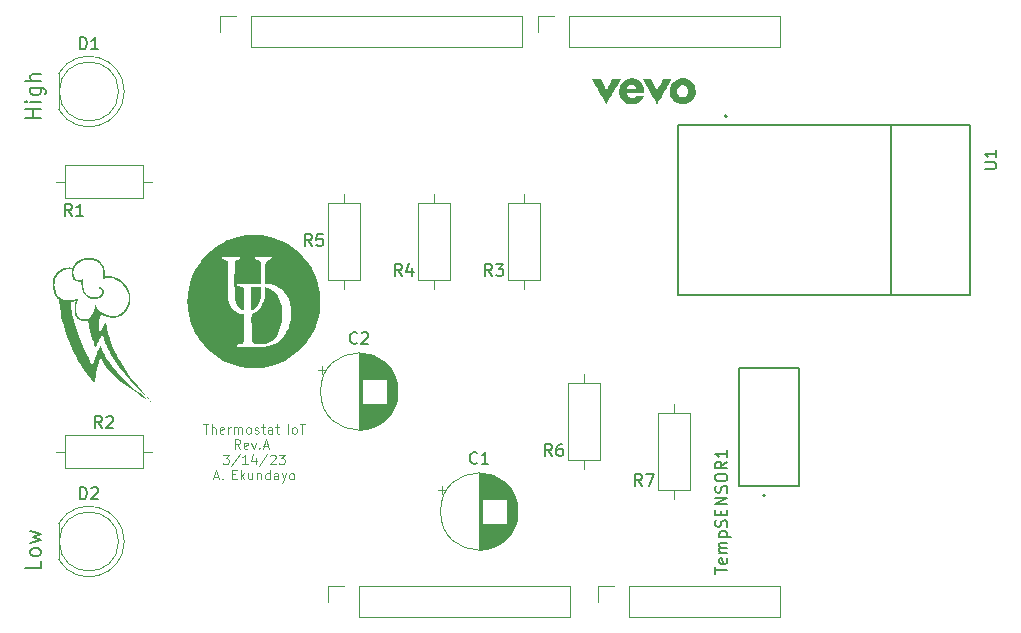
<source format=gto>
%TF.GenerationSoftware,KiCad,Pcbnew,(7.0.0)*%
%TF.CreationDate,2023-03-23T19:48:28-04:00*%
%TF.ProjectId,ELEG298_S23_Demo_shield,454c4547-3239-4385-9f53-32335f44656d,rev?*%
%TF.SameCoordinates,Original*%
%TF.FileFunction,Legend,Top*%
%TF.FilePolarity,Positive*%
%FSLAX46Y46*%
G04 Gerber Fmt 4.6, Leading zero omitted, Abs format (unit mm)*
G04 Created by KiCad (PCBNEW (7.0.0)) date 2023-03-23 19:48:28*
%MOMM*%
%LPD*%
G01*
G04 APERTURE LIST*
%ADD10C,0.153000*%
%ADD11C,0.125000*%
%ADD12C,0.150000*%
%ADD13C,0.120000*%
%ADD14C,0.127000*%
%ADD15C,0.200000*%
%ADD16R,1.700000X1.700000*%
%ADD17O,1.700000X1.700000*%
%ADD18R,1.800000X1.800000*%
%ADD19C,1.800000*%
%ADD20C,1.600000*%
%ADD21O,1.600000X1.600000*%
%ADD22R,1.600000X1.600000*%
%ADD23R,1.308000X1.308000*%
%ADD24C,1.308000*%
%ADD25C,3.200000*%
%ADD26R,1.500000X1.500000*%
%ADD27C,1.500000*%
G04 APERTURE END LIST*
D10*
X102257095Y-56510476D02*
X100957095Y-56510476D01*
X101576142Y-56510476D02*
X101576142Y-55767619D01*
X102257095Y-55767619D02*
X100957095Y-55767619D01*
X102257095Y-55148571D02*
X101390428Y-55148571D01*
X100957095Y-55148571D02*
X101019000Y-55210475D01*
X101019000Y-55210475D02*
X101080904Y-55148571D01*
X101080904Y-55148571D02*
X101019000Y-55086666D01*
X101019000Y-55086666D02*
X100957095Y-55148571D01*
X100957095Y-55148571D02*
X101080904Y-55148571D01*
X101390428Y-53972380D02*
X102442809Y-53972380D01*
X102442809Y-53972380D02*
X102566619Y-54034285D01*
X102566619Y-54034285D02*
X102628523Y-54096189D01*
X102628523Y-54096189D02*
X102690428Y-54219999D01*
X102690428Y-54219999D02*
X102690428Y-54405713D01*
X102690428Y-54405713D02*
X102628523Y-54529523D01*
X102195190Y-53972380D02*
X102257095Y-54096189D01*
X102257095Y-54096189D02*
X102257095Y-54343808D01*
X102257095Y-54343808D02*
X102195190Y-54467618D01*
X102195190Y-54467618D02*
X102133285Y-54529523D01*
X102133285Y-54529523D02*
X102009476Y-54591427D01*
X102009476Y-54591427D02*
X101638047Y-54591427D01*
X101638047Y-54591427D02*
X101514238Y-54529523D01*
X101514238Y-54529523D02*
X101452333Y-54467618D01*
X101452333Y-54467618D02*
X101390428Y-54343808D01*
X101390428Y-54343808D02*
X101390428Y-54096189D01*
X101390428Y-54096189D02*
X101452333Y-53972380D01*
X102257095Y-53353333D02*
X100957095Y-53353333D01*
X102257095Y-52796190D02*
X101576142Y-52796190D01*
X101576142Y-52796190D02*
X101452333Y-52858095D01*
X101452333Y-52858095D02*
X101390428Y-52981904D01*
X101390428Y-52981904D02*
X101390428Y-53167618D01*
X101390428Y-53167618D02*
X101452333Y-53291428D01*
X101452333Y-53291428D02*
X101514238Y-53353333D01*
D11*
X116003808Y-82437904D02*
X116460951Y-82437904D01*
X116232379Y-83237904D02*
X116232379Y-82437904D01*
X116727618Y-83237904D02*
X116727618Y-82437904D01*
X117070475Y-83237904D02*
X117070475Y-82818857D01*
X117070475Y-82818857D02*
X117032380Y-82742666D01*
X117032380Y-82742666D02*
X116956189Y-82704571D01*
X116956189Y-82704571D02*
X116841903Y-82704571D01*
X116841903Y-82704571D02*
X116765713Y-82742666D01*
X116765713Y-82742666D02*
X116727618Y-82780761D01*
X117756190Y-83199809D02*
X117679999Y-83237904D01*
X117679999Y-83237904D02*
X117527618Y-83237904D01*
X117527618Y-83237904D02*
X117451428Y-83199809D01*
X117451428Y-83199809D02*
X117413332Y-83123619D01*
X117413332Y-83123619D02*
X117413332Y-82818857D01*
X117413332Y-82818857D02*
X117451428Y-82742666D01*
X117451428Y-82742666D02*
X117527618Y-82704571D01*
X117527618Y-82704571D02*
X117679999Y-82704571D01*
X117679999Y-82704571D02*
X117756190Y-82742666D01*
X117756190Y-82742666D02*
X117794285Y-82818857D01*
X117794285Y-82818857D02*
X117794285Y-82895047D01*
X117794285Y-82895047D02*
X117413332Y-82971238D01*
X118137142Y-83237904D02*
X118137142Y-82704571D01*
X118137142Y-82856952D02*
X118175237Y-82780761D01*
X118175237Y-82780761D02*
X118213332Y-82742666D01*
X118213332Y-82742666D02*
X118289523Y-82704571D01*
X118289523Y-82704571D02*
X118365713Y-82704571D01*
X118632380Y-83237904D02*
X118632380Y-82704571D01*
X118632380Y-82780761D02*
X118670475Y-82742666D01*
X118670475Y-82742666D02*
X118746665Y-82704571D01*
X118746665Y-82704571D02*
X118860951Y-82704571D01*
X118860951Y-82704571D02*
X118937142Y-82742666D01*
X118937142Y-82742666D02*
X118975237Y-82818857D01*
X118975237Y-82818857D02*
X118975237Y-83237904D01*
X118975237Y-82818857D02*
X119013332Y-82742666D01*
X119013332Y-82742666D02*
X119089523Y-82704571D01*
X119089523Y-82704571D02*
X119203808Y-82704571D01*
X119203808Y-82704571D02*
X119279999Y-82742666D01*
X119279999Y-82742666D02*
X119318094Y-82818857D01*
X119318094Y-82818857D02*
X119318094Y-83237904D01*
X119813332Y-83237904D02*
X119737142Y-83199809D01*
X119737142Y-83199809D02*
X119699047Y-83161714D01*
X119699047Y-83161714D02*
X119660951Y-83085523D01*
X119660951Y-83085523D02*
X119660951Y-82856952D01*
X119660951Y-82856952D02*
X119699047Y-82780761D01*
X119699047Y-82780761D02*
X119737142Y-82742666D01*
X119737142Y-82742666D02*
X119813332Y-82704571D01*
X119813332Y-82704571D02*
X119927618Y-82704571D01*
X119927618Y-82704571D02*
X120003809Y-82742666D01*
X120003809Y-82742666D02*
X120041904Y-82780761D01*
X120041904Y-82780761D02*
X120079999Y-82856952D01*
X120079999Y-82856952D02*
X120079999Y-83085523D01*
X120079999Y-83085523D02*
X120041904Y-83161714D01*
X120041904Y-83161714D02*
X120003809Y-83199809D01*
X120003809Y-83199809D02*
X119927618Y-83237904D01*
X119927618Y-83237904D02*
X119813332Y-83237904D01*
X120384761Y-83199809D02*
X120460952Y-83237904D01*
X120460952Y-83237904D02*
X120613333Y-83237904D01*
X120613333Y-83237904D02*
X120689523Y-83199809D01*
X120689523Y-83199809D02*
X120727619Y-83123619D01*
X120727619Y-83123619D02*
X120727619Y-83085523D01*
X120727619Y-83085523D02*
X120689523Y-83009333D01*
X120689523Y-83009333D02*
X120613333Y-82971238D01*
X120613333Y-82971238D02*
X120499047Y-82971238D01*
X120499047Y-82971238D02*
X120422857Y-82933142D01*
X120422857Y-82933142D02*
X120384761Y-82856952D01*
X120384761Y-82856952D02*
X120384761Y-82818857D01*
X120384761Y-82818857D02*
X120422857Y-82742666D01*
X120422857Y-82742666D02*
X120499047Y-82704571D01*
X120499047Y-82704571D02*
X120613333Y-82704571D01*
X120613333Y-82704571D02*
X120689523Y-82742666D01*
X120956190Y-82704571D02*
X121260952Y-82704571D01*
X121070476Y-82437904D02*
X121070476Y-83123619D01*
X121070476Y-83123619D02*
X121108571Y-83199809D01*
X121108571Y-83199809D02*
X121184761Y-83237904D01*
X121184761Y-83237904D02*
X121260952Y-83237904D01*
X121870476Y-83237904D02*
X121870476Y-82818857D01*
X121870476Y-82818857D02*
X121832381Y-82742666D01*
X121832381Y-82742666D02*
X121756190Y-82704571D01*
X121756190Y-82704571D02*
X121603809Y-82704571D01*
X121603809Y-82704571D02*
X121527619Y-82742666D01*
X121870476Y-83199809D02*
X121794285Y-83237904D01*
X121794285Y-83237904D02*
X121603809Y-83237904D01*
X121603809Y-83237904D02*
X121527619Y-83199809D01*
X121527619Y-83199809D02*
X121489523Y-83123619D01*
X121489523Y-83123619D02*
X121489523Y-83047428D01*
X121489523Y-83047428D02*
X121527619Y-82971238D01*
X121527619Y-82971238D02*
X121603809Y-82933142D01*
X121603809Y-82933142D02*
X121794285Y-82933142D01*
X121794285Y-82933142D02*
X121870476Y-82895047D01*
X122137143Y-82704571D02*
X122441905Y-82704571D01*
X122251429Y-82437904D02*
X122251429Y-83123619D01*
X122251429Y-83123619D02*
X122289524Y-83199809D01*
X122289524Y-83199809D02*
X122365714Y-83237904D01*
X122365714Y-83237904D02*
X122441905Y-83237904D01*
X123188572Y-83237904D02*
X123188572Y-82437904D01*
X123683809Y-83237904D02*
X123607619Y-83199809D01*
X123607619Y-83199809D02*
X123569524Y-83161714D01*
X123569524Y-83161714D02*
X123531428Y-83085523D01*
X123531428Y-83085523D02*
X123531428Y-82856952D01*
X123531428Y-82856952D02*
X123569524Y-82780761D01*
X123569524Y-82780761D02*
X123607619Y-82742666D01*
X123607619Y-82742666D02*
X123683809Y-82704571D01*
X123683809Y-82704571D02*
X123798095Y-82704571D01*
X123798095Y-82704571D02*
X123874286Y-82742666D01*
X123874286Y-82742666D02*
X123912381Y-82780761D01*
X123912381Y-82780761D02*
X123950476Y-82856952D01*
X123950476Y-82856952D02*
X123950476Y-83085523D01*
X123950476Y-83085523D02*
X123912381Y-83161714D01*
X123912381Y-83161714D02*
X123874286Y-83199809D01*
X123874286Y-83199809D02*
X123798095Y-83237904D01*
X123798095Y-83237904D02*
X123683809Y-83237904D01*
X124179048Y-82437904D02*
X124636191Y-82437904D01*
X124407619Y-83237904D02*
X124407619Y-82437904D01*
X119146667Y-84533904D02*
X118880000Y-84152952D01*
X118689524Y-84533904D02*
X118689524Y-83733904D01*
X118689524Y-83733904D02*
X118994286Y-83733904D01*
X118994286Y-83733904D02*
X119070476Y-83772000D01*
X119070476Y-83772000D02*
X119108571Y-83810095D01*
X119108571Y-83810095D02*
X119146667Y-83886285D01*
X119146667Y-83886285D02*
X119146667Y-84000571D01*
X119146667Y-84000571D02*
X119108571Y-84076761D01*
X119108571Y-84076761D02*
X119070476Y-84114857D01*
X119070476Y-84114857D02*
X118994286Y-84152952D01*
X118994286Y-84152952D02*
X118689524Y-84152952D01*
X119794286Y-84495809D02*
X119718095Y-84533904D01*
X119718095Y-84533904D02*
X119565714Y-84533904D01*
X119565714Y-84533904D02*
X119489524Y-84495809D01*
X119489524Y-84495809D02*
X119451428Y-84419619D01*
X119451428Y-84419619D02*
X119451428Y-84114857D01*
X119451428Y-84114857D02*
X119489524Y-84038666D01*
X119489524Y-84038666D02*
X119565714Y-84000571D01*
X119565714Y-84000571D02*
X119718095Y-84000571D01*
X119718095Y-84000571D02*
X119794286Y-84038666D01*
X119794286Y-84038666D02*
X119832381Y-84114857D01*
X119832381Y-84114857D02*
X119832381Y-84191047D01*
X119832381Y-84191047D02*
X119451428Y-84267238D01*
X120099047Y-84000571D02*
X120289523Y-84533904D01*
X120289523Y-84533904D02*
X120480000Y-84000571D01*
X120784762Y-84457714D02*
X120822857Y-84495809D01*
X120822857Y-84495809D02*
X120784762Y-84533904D01*
X120784762Y-84533904D02*
X120746666Y-84495809D01*
X120746666Y-84495809D02*
X120784762Y-84457714D01*
X120784762Y-84457714D02*
X120784762Y-84533904D01*
X121127618Y-84305333D02*
X121508571Y-84305333D01*
X121051428Y-84533904D02*
X121318095Y-83733904D01*
X121318095Y-83733904D02*
X121584761Y-84533904D01*
X117691428Y-85029904D02*
X118186666Y-85029904D01*
X118186666Y-85029904D02*
X117920000Y-85334666D01*
X117920000Y-85334666D02*
X118034285Y-85334666D01*
X118034285Y-85334666D02*
X118110476Y-85372761D01*
X118110476Y-85372761D02*
X118148571Y-85410857D01*
X118148571Y-85410857D02*
X118186666Y-85487047D01*
X118186666Y-85487047D02*
X118186666Y-85677523D01*
X118186666Y-85677523D02*
X118148571Y-85753714D01*
X118148571Y-85753714D02*
X118110476Y-85791809D01*
X118110476Y-85791809D02*
X118034285Y-85829904D01*
X118034285Y-85829904D02*
X117805714Y-85829904D01*
X117805714Y-85829904D02*
X117729523Y-85791809D01*
X117729523Y-85791809D02*
X117691428Y-85753714D01*
X119100952Y-84991809D02*
X118415238Y-86020380D01*
X119786666Y-85829904D02*
X119329523Y-85829904D01*
X119558095Y-85829904D02*
X119558095Y-85029904D01*
X119558095Y-85029904D02*
X119481904Y-85144190D01*
X119481904Y-85144190D02*
X119405714Y-85220380D01*
X119405714Y-85220380D02*
X119329523Y-85258476D01*
X120472381Y-85296571D02*
X120472381Y-85829904D01*
X120281905Y-84991809D02*
X120091428Y-85563238D01*
X120091428Y-85563238D02*
X120586667Y-85563238D01*
X121462857Y-84991809D02*
X120777143Y-86020380D01*
X121691428Y-85106095D02*
X121729524Y-85068000D01*
X121729524Y-85068000D02*
X121805714Y-85029904D01*
X121805714Y-85029904D02*
X121996190Y-85029904D01*
X121996190Y-85029904D02*
X122072381Y-85068000D01*
X122072381Y-85068000D02*
X122110476Y-85106095D01*
X122110476Y-85106095D02*
X122148571Y-85182285D01*
X122148571Y-85182285D02*
X122148571Y-85258476D01*
X122148571Y-85258476D02*
X122110476Y-85372761D01*
X122110476Y-85372761D02*
X121653333Y-85829904D01*
X121653333Y-85829904D02*
X122148571Y-85829904D01*
X122415238Y-85029904D02*
X122910476Y-85029904D01*
X122910476Y-85029904D02*
X122643810Y-85334666D01*
X122643810Y-85334666D02*
X122758095Y-85334666D01*
X122758095Y-85334666D02*
X122834286Y-85372761D01*
X122834286Y-85372761D02*
X122872381Y-85410857D01*
X122872381Y-85410857D02*
X122910476Y-85487047D01*
X122910476Y-85487047D02*
X122910476Y-85677523D01*
X122910476Y-85677523D02*
X122872381Y-85753714D01*
X122872381Y-85753714D02*
X122834286Y-85791809D01*
X122834286Y-85791809D02*
X122758095Y-85829904D01*
X122758095Y-85829904D02*
X122529524Y-85829904D01*
X122529524Y-85829904D02*
X122453333Y-85791809D01*
X122453333Y-85791809D02*
X122415238Y-85753714D01*
X116899046Y-86897333D02*
X117279999Y-86897333D01*
X116822856Y-87125904D02*
X117089523Y-86325904D01*
X117089523Y-86325904D02*
X117356189Y-87125904D01*
X117622856Y-87049714D02*
X117660951Y-87087809D01*
X117660951Y-87087809D02*
X117622856Y-87125904D01*
X117622856Y-87125904D02*
X117584760Y-87087809D01*
X117584760Y-87087809D02*
X117622856Y-87049714D01*
X117622856Y-87049714D02*
X117622856Y-87125904D01*
X118483808Y-86706857D02*
X118750474Y-86706857D01*
X118864760Y-87125904D02*
X118483808Y-87125904D01*
X118483808Y-87125904D02*
X118483808Y-86325904D01*
X118483808Y-86325904D02*
X118864760Y-86325904D01*
X119207618Y-87125904D02*
X119207618Y-86325904D01*
X119283808Y-86821142D02*
X119512380Y-87125904D01*
X119512380Y-86592571D02*
X119207618Y-86897333D01*
X120198094Y-86592571D02*
X120198094Y-87125904D01*
X119855237Y-86592571D02*
X119855237Y-87011619D01*
X119855237Y-87011619D02*
X119893332Y-87087809D01*
X119893332Y-87087809D02*
X119969522Y-87125904D01*
X119969522Y-87125904D02*
X120083808Y-87125904D01*
X120083808Y-87125904D02*
X120159999Y-87087809D01*
X120159999Y-87087809D02*
X120198094Y-87049714D01*
X120579047Y-86592571D02*
X120579047Y-87125904D01*
X120579047Y-86668761D02*
X120617142Y-86630666D01*
X120617142Y-86630666D02*
X120693332Y-86592571D01*
X120693332Y-86592571D02*
X120807618Y-86592571D01*
X120807618Y-86592571D02*
X120883809Y-86630666D01*
X120883809Y-86630666D02*
X120921904Y-86706857D01*
X120921904Y-86706857D02*
X120921904Y-87125904D01*
X121645714Y-87125904D02*
X121645714Y-86325904D01*
X121645714Y-87087809D02*
X121569523Y-87125904D01*
X121569523Y-87125904D02*
X121417142Y-87125904D01*
X121417142Y-87125904D02*
X121340952Y-87087809D01*
X121340952Y-87087809D02*
X121302857Y-87049714D01*
X121302857Y-87049714D02*
X121264761Y-86973523D01*
X121264761Y-86973523D02*
X121264761Y-86744952D01*
X121264761Y-86744952D02*
X121302857Y-86668761D01*
X121302857Y-86668761D02*
X121340952Y-86630666D01*
X121340952Y-86630666D02*
X121417142Y-86592571D01*
X121417142Y-86592571D02*
X121569523Y-86592571D01*
X121569523Y-86592571D02*
X121645714Y-86630666D01*
X122369524Y-87125904D02*
X122369524Y-86706857D01*
X122369524Y-86706857D02*
X122331429Y-86630666D01*
X122331429Y-86630666D02*
X122255238Y-86592571D01*
X122255238Y-86592571D02*
X122102857Y-86592571D01*
X122102857Y-86592571D02*
X122026667Y-86630666D01*
X122369524Y-87087809D02*
X122293333Y-87125904D01*
X122293333Y-87125904D02*
X122102857Y-87125904D01*
X122102857Y-87125904D02*
X122026667Y-87087809D01*
X122026667Y-87087809D02*
X121988571Y-87011619D01*
X121988571Y-87011619D02*
X121988571Y-86935428D01*
X121988571Y-86935428D02*
X122026667Y-86859238D01*
X122026667Y-86859238D02*
X122102857Y-86821142D01*
X122102857Y-86821142D02*
X122293333Y-86821142D01*
X122293333Y-86821142D02*
X122369524Y-86783047D01*
X122674286Y-86592571D02*
X122864762Y-87125904D01*
X123055239Y-86592571D02*
X122864762Y-87125904D01*
X122864762Y-87125904D02*
X122788572Y-87316380D01*
X122788572Y-87316380D02*
X122750477Y-87354476D01*
X122750477Y-87354476D02*
X122674286Y-87392571D01*
X123474286Y-87125904D02*
X123398096Y-87087809D01*
X123398096Y-87087809D02*
X123360001Y-87049714D01*
X123360001Y-87049714D02*
X123321905Y-86973523D01*
X123321905Y-86973523D02*
X123321905Y-86744952D01*
X123321905Y-86744952D02*
X123360001Y-86668761D01*
X123360001Y-86668761D02*
X123398096Y-86630666D01*
X123398096Y-86630666D02*
X123474286Y-86592571D01*
X123474286Y-86592571D02*
X123588572Y-86592571D01*
X123588572Y-86592571D02*
X123664763Y-86630666D01*
X123664763Y-86630666D02*
X123702858Y-86668761D01*
X123702858Y-86668761D02*
X123740953Y-86744952D01*
X123740953Y-86744952D02*
X123740953Y-86973523D01*
X123740953Y-86973523D02*
X123702858Y-87049714D01*
X123702858Y-87049714D02*
X123664763Y-87087809D01*
X123664763Y-87087809D02*
X123588572Y-87125904D01*
X123588572Y-87125904D02*
X123474286Y-87125904D01*
D10*
X102257095Y-93991428D02*
X102257095Y-94610476D01*
X102257095Y-94610476D02*
X100957095Y-94610476D01*
X102257095Y-93372380D02*
X102195190Y-93496190D01*
X102195190Y-93496190D02*
X102133285Y-93558095D01*
X102133285Y-93558095D02*
X102009476Y-93619999D01*
X102009476Y-93619999D02*
X101638047Y-93619999D01*
X101638047Y-93619999D02*
X101514238Y-93558095D01*
X101514238Y-93558095D02*
X101452333Y-93496190D01*
X101452333Y-93496190D02*
X101390428Y-93372380D01*
X101390428Y-93372380D02*
X101390428Y-93186666D01*
X101390428Y-93186666D02*
X101452333Y-93062857D01*
X101452333Y-93062857D02*
X101514238Y-93000952D01*
X101514238Y-93000952D02*
X101638047Y-92939047D01*
X101638047Y-92939047D02*
X102009476Y-92939047D01*
X102009476Y-92939047D02*
X102133285Y-93000952D01*
X102133285Y-93000952D02*
X102195190Y-93062857D01*
X102195190Y-93062857D02*
X102257095Y-93186666D01*
X102257095Y-93186666D02*
X102257095Y-93372380D01*
X101390428Y-92505714D02*
X102257095Y-92258095D01*
X102257095Y-92258095D02*
X101638047Y-92010476D01*
X101638047Y-92010476D02*
X102257095Y-91762857D01*
X102257095Y-91762857D02*
X101390428Y-91515238D01*
D12*
X105611905Y-88787380D02*
X105611905Y-87787380D01*
X105611905Y-87787380D02*
X105850000Y-87787380D01*
X105850000Y-87787380D02*
X105992857Y-87835000D01*
X105992857Y-87835000D02*
X106088095Y-87930238D01*
X106088095Y-87930238D02*
X106135714Y-88025476D01*
X106135714Y-88025476D02*
X106183333Y-88215952D01*
X106183333Y-88215952D02*
X106183333Y-88358809D01*
X106183333Y-88358809D02*
X106135714Y-88549285D01*
X106135714Y-88549285D02*
X106088095Y-88644523D01*
X106088095Y-88644523D02*
X105992857Y-88739761D01*
X105992857Y-88739761D02*
X105850000Y-88787380D01*
X105850000Y-88787380D02*
X105611905Y-88787380D01*
X106564286Y-87882619D02*
X106611905Y-87835000D01*
X106611905Y-87835000D02*
X106707143Y-87787380D01*
X106707143Y-87787380D02*
X106945238Y-87787380D01*
X106945238Y-87787380D02*
X107040476Y-87835000D01*
X107040476Y-87835000D02*
X107088095Y-87882619D01*
X107088095Y-87882619D02*
X107135714Y-87977857D01*
X107135714Y-87977857D02*
X107135714Y-88073095D01*
X107135714Y-88073095D02*
X107088095Y-88215952D01*
X107088095Y-88215952D02*
X106516667Y-88787380D01*
X106516667Y-88787380D02*
X107135714Y-88787380D01*
X140473333Y-69887380D02*
X140140000Y-69411190D01*
X139901905Y-69887380D02*
X139901905Y-68887380D01*
X139901905Y-68887380D02*
X140282857Y-68887380D01*
X140282857Y-68887380D02*
X140378095Y-68935000D01*
X140378095Y-68935000D02*
X140425714Y-68982619D01*
X140425714Y-68982619D02*
X140473333Y-69077857D01*
X140473333Y-69077857D02*
X140473333Y-69220714D01*
X140473333Y-69220714D02*
X140425714Y-69315952D01*
X140425714Y-69315952D02*
X140378095Y-69363571D01*
X140378095Y-69363571D02*
X140282857Y-69411190D01*
X140282857Y-69411190D02*
X139901905Y-69411190D01*
X140806667Y-68887380D02*
X141425714Y-68887380D01*
X141425714Y-68887380D02*
X141092381Y-69268333D01*
X141092381Y-69268333D02*
X141235238Y-69268333D01*
X141235238Y-69268333D02*
X141330476Y-69315952D01*
X141330476Y-69315952D02*
X141378095Y-69363571D01*
X141378095Y-69363571D02*
X141425714Y-69458809D01*
X141425714Y-69458809D02*
X141425714Y-69696904D01*
X141425714Y-69696904D02*
X141378095Y-69792142D01*
X141378095Y-69792142D02*
X141330476Y-69839761D01*
X141330476Y-69839761D02*
X141235238Y-69887380D01*
X141235238Y-69887380D02*
X140949524Y-69887380D01*
X140949524Y-69887380D02*
X140854286Y-69839761D01*
X140854286Y-69839761D02*
X140806667Y-69792142D01*
X139223333Y-85712142D02*
X139175714Y-85759761D01*
X139175714Y-85759761D02*
X139032857Y-85807380D01*
X139032857Y-85807380D02*
X138937619Y-85807380D01*
X138937619Y-85807380D02*
X138794762Y-85759761D01*
X138794762Y-85759761D02*
X138699524Y-85664523D01*
X138699524Y-85664523D02*
X138651905Y-85569285D01*
X138651905Y-85569285D02*
X138604286Y-85378809D01*
X138604286Y-85378809D02*
X138604286Y-85235952D01*
X138604286Y-85235952D02*
X138651905Y-85045476D01*
X138651905Y-85045476D02*
X138699524Y-84950238D01*
X138699524Y-84950238D02*
X138794762Y-84855000D01*
X138794762Y-84855000D02*
X138937619Y-84807380D01*
X138937619Y-84807380D02*
X139032857Y-84807380D01*
X139032857Y-84807380D02*
X139175714Y-84855000D01*
X139175714Y-84855000D02*
X139223333Y-84902619D01*
X140175714Y-85807380D02*
X139604286Y-85807380D01*
X139890000Y-85807380D02*
X139890000Y-84807380D01*
X139890000Y-84807380D02*
X139794762Y-84950238D01*
X139794762Y-84950238D02*
X139699524Y-85045476D01*
X139699524Y-85045476D02*
X139604286Y-85093095D01*
X159382380Y-95101904D02*
X159382380Y-94530476D01*
X160382380Y-94816190D02*
X159382380Y-94816190D01*
X160334761Y-93816190D02*
X160382380Y-93911428D01*
X160382380Y-93911428D02*
X160382380Y-94101904D01*
X160382380Y-94101904D02*
X160334761Y-94197142D01*
X160334761Y-94197142D02*
X160239523Y-94244761D01*
X160239523Y-94244761D02*
X159858571Y-94244761D01*
X159858571Y-94244761D02*
X159763333Y-94197142D01*
X159763333Y-94197142D02*
X159715714Y-94101904D01*
X159715714Y-94101904D02*
X159715714Y-93911428D01*
X159715714Y-93911428D02*
X159763333Y-93816190D01*
X159763333Y-93816190D02*
X159858571Y-93768571D01*
X159858571Y-93768571D02*
X159953809Y-93768571D01*
X159953809Y-93768571D02*
X160049047Y-94244761D01*
X160382380Y-93339999D02*
X159715714Y-93339999D01*
X159810952Y-93339999D02*
X159763333Y-93292380D01*
X159763333Y-93292380D02*
X159715714Y-93197142D01*
X159715714Y-93197142D02*
X159715714Y-93054285D01*
X159715714Y-93054285D02*
X159763333Y-92959047D01*
X159763333Y-92959047D02*
X159858571Y-92911428D01*
X159858571Y-92911428D02*
X160382380Y-92911428D01*
X159858571Y-92911428D02*
X159763333Y-92863809D01*
X159763333Y-92863809D02*
X159715714Y-92768571D01*
X159715714Y-92768571D02*
X159715714Y-92625714D01*
X159715714Y-92625714D02*
X159763333Y-92530475D01*
X159763333Y-92530475D02*
X159858571Y-92482856D01*
X159858571Y-92482856D02*
X160382380Y-92482856D01*
X159715714Y-92006666D02*
X160715714Y-92006666D01*
X159763333Y-92006666D02*
X159715714Y-91911428D01*
X159715714Y-91911428D02*
X159715714Y-91720952D01*
X159715714Y-91720952D02*
X159763333Y-91625714D01*
X159763333Y-91625714D02*
X159810952Y-91578095D01*
X159810952Y-91578095D02*
X159906190Y-91530476D01*
X159906190Y-91530476D02*
X160191904Y-91530476D01*
X160191904Y-91530476D02*
X160287142Y-91578095D01*
X160287142Y-91578095D02*
X160334761Y-91625714D01*
X160334761Y-91625714D02*
X160382380Y-91720952D01*
X160382380Y-91720952D02*
X160382380Y-91911428D01*
X160382380Y-91911428D02*
X160334761Y-92006666D01*
X160334761Y-91149523D02*
X160382380Y-91006666D01*
X160382380Y-91006666D02*
X160382380Y-90768571D01*
X160382380Y-90768571D02*
X160334761Y-90673333D01*
X160334761Y-90673333D02*
X160287142Y-90625714D01*
X160287142Y-90625714D02*
X160191904Y-90578095D01*
X160191904Y-90578095D02*
X160096666Y-90578095D01*
X160096666Y-90578095D02*
X160001428Y-90625714D01*
X160001428Y-90625714D02*
X159953809Y-90673333D01*
X159953809Y-90673333D02*
X159906190Y-90768571D01*
X159906190Y-90768571D02*
X159858571Y-90959047D01*
X159858571Y-90959047D02*
X159810952Y-91054285D01*
X159810952Y-91054285D02*
X159763333Y-91101904D01*
X159763333Y-91101904D02*
X159668095Y-91149523D01*
X159668095Y-91149523D02*
X159572857Y-91149523D01*
X159572857Y-91149523D02*
X159477619Y-91101904D01*
X159477619Y-91101904D02*
X159430000Y-91054285D01*
X159430000Y-91054285D02*
X159382380Y-90959047D01*
X159382380Y-90959047D02*
X159382380Y-90720952D01*
X159382380Y-90720952D02*
X159430000Y-90578095D01*
X159858571Y-90149523D02*
X159858571Y-89816190D01*
X160382380Y-89673333D02*
X160382380Y-90149523D01*
X160382380Y-90149523D02*
X159382380Y-90149523D01*
X159382380Y-90149523D02*
X159382380Y-89673333D01*
X160382380Y-89244761D02*
X159382380Y-89244761D01*
X159382380Y-89244761D02*
X160382380Y-88673333D01*
X160382380Y-88673333D02*
X159382380Y-88673333D01*
X160334761Y-88244761D02*
X160382380Y-88101904D01*
X160382380Y-88101904D02*
X160382380Y-87863809D01*
X160382380Y-87863809D02*
X160334761Y-87768571D01*
X160334761Y-87768571D02*
X160287142Y-87720952D01*
X160287142Y-87720952D02*
X160191904Y-87673333D01*
X160191904Y-87673333D02*
X160096666Y-87673333D01*
X160096666Y-87673333D02*
X160001428Y-87720952D01*
X160001428Y-87720952D02*
X159953809Y-87768571D01*
X159953809Y-87768571D02*
X159906190Y-87863809D01*
X159906190Y-87863809D02*
X159858571Y-88054285D01*
X159858571Y-88054285D02*
X159810952Y-88149523D01*
X159810952Y-88149523D02*
X159763333Y-88197142D01*
X159763333Y-88197142D02*
X159668095Y-88244761D01*
X159668095Y-88244761D02*
X159572857Y-88244761D01*
X159572857Y-88244761D02*
X159477619Y-88197142D01*
X159477619Y-88197142D02*
X159430000Y-88149523D01*
X159430000Y-88149523D02*
X159382380Y-88054285D01*
X159382380Y-88054285D02*
X159382380Y-87816190D01*
X159382380Y-87816190D02*
X159430000Y-87673333D01*
X159382380Y-87054285D02*
X159382380Y-86863809D01*
X159382380Y-86863809D02*
X159430000Y-86768571D01*
X159430000Y-86768571D02*
X159525238Y-86673333D01*
X159525238Y-86673333D02*
X159715714Y-86625714D01*
X159715714Y-86625714D02*
X160049047Y-86625714D01*
X160049047Y-86625714D02*
X160239523Y-86673333D01*
X160239523Y-86673333D02*
X160334761Y-86768571D01*
X160334761Y-86768571D02*
X160382380Y-86863809D01*
X160382380Y-86863809D02*
X160382380Y-87054285D01*
X160382380Y-87054285D02*
X160334761Y-87149523D01*
X160334761Y-87149523D02*
X160239523Y-87244761D01*
X160239523Y-87244761D02*
X160049047Y-87292380D01*
X160049047Y-87292380D02*
X159715714Y-87292380D01*
X159715714Y-87292380D02*
X159525238Y-87244761D01*
X159525238Y-87244761D02*
X159430000Y-87149523D01*
X159430000Y-87149523D02*
X159382380Y-87054285D01*
X160382380Y-85625714D02*
X159906190Y-85959047D01*
X160382380Y-86197142D02*
X159382380Y-86197142D01*
X159382380Y-86197142D02*
X159382380Y-85816190D01*
X159382380Y-85816190D02*
X159430000Y-85720952D01*
X159430000Y-85720952D02*
X159477619Y-85673333D01*
X159477619Y-85673333D02*
X159572857Y-85625714D01*
X159572857Y-85625714D02*
X159715714Y-85625714D01*
X159715714Y-85625714D02*
X159810952Y-85673333D01*
X159810952Y-85673333D02*
X159858571Y-85720952D01*
X159858571Y-85720952D02*
X159906190Y-85816190D01*
X159906190Y-85816190D02*
X159906190Y-86197142D01*
X160382380Y-84673333D02*
X160382380Y-85244761D01*
X160382380Y-84959047D02*
X159382380Y-84959047D01*
X159382380Y-84959047D02*
X159525238Y-85054285D01*
X159525238Y-85054285D02*
X159620476Y-85149523D01*
X159620476Y-85149523D02*
X159668095Y-85244761D01*
X104913333Y-64807380D02*
X104580000Y-64331190D01*
X104341905Y-64807380D02*
X104341905Y-63807380D01*
X104341905Y-63807380D02*
X104722857Y-63807380D01*
X104722857Y-63807380D02*
X104818095Y-63855000D01*
X104818095Y-63855000D02*
X104865714Y-63902619D01*
X104865714Y-63902619D02*
X104913333Y-63997857D01*
X104913333Y-63997857D02*
X104913333Y-64140714D01*
X104913333Y-64140714D02*
X104865714Y-64235952D01*
X104865714Y-64235952D02*
X104818095Y-64283571D01*
X104818095Y-64283571D02*
X104722857Y-64331190D01*
X104722857Y-64331190D02*
X104341905Y-64331190D01*
X105865714Y-64807380D02*
X105294286Y-64807380D01*
X105580000Y-64807380D02*
X105580000Y-63807380D01*
X105580000Y-63807380D02*
X105484762Y-63950238D01*
X105484762Y-63950238D02*
X105389524Y-64045476D01*
X105389524Y-64045476D02*
X105294286Y-64093095D01*
X125233333Y-67347380D02*
X124900000Y-66871190D01*
X124661905Y-67347380D02*
X124661905Y-66347380D01*
X124661905Y-66347380D02*
X125042857Y-66347380D01*
X125042857Y-66347380D02*
X125138095Y-66395000D01*
X125138095Y-66395000D02*
X125185714Y-66442619D01*
X125185714Y-66442619D02*
X125233333Y-66537857D01*
X125233333Y-66537857D02*
X125233333Y-66680714D01*
X125233333Y-66680714D02*
X125185714Y-66775952D01*
X125185714Y-66775952D02*
X125138095Y-66823571D01*
X125138095Y-66823571D02*
X125042857Y-66871190D01*
X125042857Y-66871190D02*
X124661905Y-66871190D01*
X126138095Y-66347380D02*
X125661905Y-66347380D01*
X125661905Y-66347380D02*
X125614286Y-66823571D01*
X125614286Y-66823571D02*
X125661905Y-66775952D01*
X125661905Y-66775952D02*
X125757143Y-66728333D01*
X125757143Y-66728333D02*
X125995238Y-66728333D01*
X125995238Y-66728333D02*
X126090476Y-66775952D01*
X126090476Y-66775952D02*
X126138095Y-66823571D01*
X126138095Y-66823571D02*
X126185714Y-66918809D01*
X126185714Y-66918809D02*
X126185714Y-67156904D01*
X126185714Y-67156904D02*
X126138095Y-67252142D01*
X126138095Y-67252142D02*
X126090476Y-67299761D01*
X126090476Y-67299761D02*
X125995238Y-67347380D01*
X125995238Y-67347380D02*
X125757143Y-67347380D01*
X125757143Y-67347380D02*
X125661905Y-67299761D01*
X125661905Y-67299761D02*
X125614286Y-67252142D01*
X182182380Y-60816904D02*
X182991904Y-60816904D01*
X182991904Y-60816904D02*
X183087142Y-60769285D01*
X183087142Y-60769285D02*
X183134761Y-60721666D01*
X183134761Y-60721666D02*
X183182380Y-60626428D01*
X183182380Y-60626428D02*
X183182380Y-60435952D01*
X183182380Y-60435952D02*
X183134761Y-60340714D01*
X183134761Y-60340714D02*
X183087142Y-60293095D01*
X183087142Y-60293095D02*
X182991904Y-60245476D01*
X182991904Y-60245476D02*
X182182380Y-60245476D01*
X183182380Y-59245476D02*
X183182380Y-59816904D01*
X183182380Y-59531190D02*
X182182380Y-59531190D01*
X182182380Y-59531190D02*
X182325238Y-59626428D01*
X182325238Y-59626428D02*
X182420476Y-59721666D01*
X182420476Y-59721666D02*
X182468095Y-59816904D01*
X105611905Y-50687380D02*
X105611905Y-49687380D01*
X105611905Y-49687380D02*
X105850000Y-49687380D01*
X105850000Y-49687380D02*
X105992857Y-49735000D01*
X105992857Y-49735000D02*
X106088095Y-49830238D01*
X106088095Y-49830238D02*
X106135714Y-49925476D01*
X106135714Y-49925476D02*
X106183333Y-50115952D01*
X106183333Y-50115952D02*
X106183333Y-50258809D01*
X106183333Y-50258809D02*
X106135714Y-50449285D01*
X106135714Y-50449285D02*
X106088095Y-50544523D01*
X106088095Y-50544523D02*
X105992857Y-50639761D01*
X105992857Y-50639761D02*
X105850000Y-50687380D01*
X105850000Y-50687380D02*
X105611905Y-50687380D01*
X107135714Y-50687380D02*
X106564286Y-50687380D01*
X106850000Y-50687380D02*
X106850000Y-49687380D01*
X106850000Y-49687380D02*
X106754762Y-49830238D01*
X106754762Y-49830238D02*
X106659524Y-49925476D01*
X106659524Y-49925476D02*
X106564286Y-49973095D01*
X132853333Y-69887380D02*
X132520000Y-69411190D01*
X132281905Y-69887380D02*
X132281905Y-68887380D01*
X132281905Y-68887380D02*
X132662857Y-68887380D01*
X132662857Y-68887380D02*
X132758095Y-68935000D01*
X132758095Y-68935000D02*
X132805714Y-68982619D01*
X132805714Y-68982619D02*
X132853333Y-69077857D01*
X132853333Y-69077857D02*
X132853333Y-69220714D01*
X132853333Y-69220714D02*
X132805714Y-69315952D01*
X132805714Y-69315952D02*
X132758095Y-69363571D01*
X132758095Y-69363571D02*
X132662857Y-69411190D01*
X132662857Y-69411190D02*
X132281905Y-69411190D01*
X133710476Y-69220714D02*
X133710476Y-69887380D01*
X133472381Y-68839761D02*
X133234286Y-69554047D01*
X133234286Y-69554047D02*
X133853333Y-69554047D01*
X153173333Y-87667380D02*
X152840000Y-87191190D01*
X152601905Y-87667380D02*
X152601905Y-86667380D01*
X152601905Y-86667380D02*
X152982857Y-86667380D01*
X152982857Y-86667380D02*
X153078095Y-86715000D01*
X153078095Y-86715000D02*
X153125714Y-86762619D01*
X153125714Y-86762619D02*
X153173333Y-86857857D01*
X153173333Y-86857857D02*
X153173333Y-87000714D01*
X153173333Y-87000714D02*
X153125714Y-87095952D01*
X153125714Y-87095952D02*
X153078095Y-87143571D01*
X153078095Y-87143571D02*
X152982857Y-87191190D01*
X152982857Y-87191190D02*
X152601905Y-87191190D01*
X153506667Y-86667380D02*
X154173333Y-86667380D01*
X154173333Y-86667380D02*
X153744762Y-87667380D01*
X129063333Y-75552142D02*
X129015714Y-75599761D01*
X129015714Y-75599761D02*
X128872857Y-75647380D01*
X128872857Y-75647380D02*
X128777619Y-75647380D01*
X128777619Y-75647380D02*
X128634762Y-75599761D01*
X128634762Y-75599761D02*
X128539524Y-75504523D01*
X128539524Y-75504523D02*
X128491905Y-75409285D01*
X128491905Y-75409285D02*
X128444286Y-75218809D01*
X128444286Y-75218809D02*
X128444286Y-75075952D01*
X128444286Y-75075952D02*
X128491905Y-74885476D01*
X128491905Y-74885476D02*
X128539524Y-74790238D01*
X128539524Y-74790238D02*
X128634762Y-74695000D01*
X128634762Y-74695000D02*
X128777619Y-74647380D01*
X128777619Y-74647380D02*
X128872857Y-74647380D01*
X128872857Y-74647380D02*
X129015714Y-74695000D01*
X129015714Y-74695000D02*
X129063333Y-74742619D01*
X129444286Y-74742619D02*
X129491905Y-74695000D01*
X129491905Y-74695000D02*
X129587143Y-74647380D01*
X129587143Y-74647380D02*
X129825238Y-74647380D01*
X129825238Y-74647380D02*
X129920476Y-74695000D01*
X129920476Y-74695000D02*
X129968095Y-74742619D01*
X129968095Y-74742619D02*
X130015714Y-74837857D01*
X130015714Y-74837857D02*
X130015714Y-74933095D01*
X130015714Y-74933095D02*
X129968095Y-75075952D01*
X129968095Y-75075952D02*
X129396667Y-75647380D01*
X129396667Y-75647380D02*
X130015714Y-75647380D01*
X107453333Y-82757380D02*
X107120000Y-82281190D01*
X106881905Y-82757380D02*
X106881905Y-81757380D01*
X106881905Y-81757380D02*
X107262857Y-81757380D01*
X107262857Y-81757380D02*
X107358095Y-81805000D01*
X107358095Y-81805000D02*
X107405714Y-81852619D01*
X107405714Y-81852619D02*
X107453333Y-81947857D01*
X107453333Y-81947857D02*
X107453333Y-82090714D01*
X107453333Y-82090714D02*
X107405714Y-82185952D01*
X107405714Y-82185952D02*
X107358095Y-82233571D01*
X107358095Y-82233571D02*
X107262857Y-82281190D01*
X107262857Y-82281190D02*
X106881905Y-82281190D01*
X107834286Y-81852619D02*
X107881905Y-81805000D01*
X107881905Y-81805000D02*
X107977143Y-81757380D01*
X107977143Y-81757380D02*
X108215238Y-81757380D01*
X108215238Y-81757380D02*
X108310476Y-81805000D01*
X108310476Y-81805000D02*
X108358095Y-81852619D01*
X108358095Y-81852619D02*
X108405714Y-81947857D01*
X108405714Y-81947857D02*
X108405714Y-82043095D01*
X108405714Y-82043095D02*
X108358095Y-82185952D01*
X108358095Y-82185952D02*
X107786667Y-82757380D01*
X107786667Y-82757380D02*
X108405714Y-82757380D01*
X145553333Y-85127380D02*
X145220000Y-84651190D01*
X144981905Y-85127380D02*
X144981905Y-84127380D01*
X144981905Y-84127380D02*
X145362857Y-84127380D01*
X145362857Y-84127380D02*
X145458095Y-84175000D01*
X145458095Y-84175000D02*
X145505714Y-84222619D01*
X145505714Y-84222619D02*
X145553333Y-84317857D01*
X145553333Y-84317857D02*
X145553333Y-84460714D01*
X145553333Y-84460714D02*
X145505714Y-84555952D01*
X145505714Y-84555952D02*
X145458095Y-84603571D01*
X145458095Y-84603571D02*
X145362857Y-84651190D01*
X145362857Y-84651190D02*
X144981905Y-84651190D01*
X146410476Y-84127380D02*
X146220000Y-84127380D01*
X146220000Y-84127380D02*
X146124762Y-84175000D01*
X146124762Y-84175000D02*
X146077143Y-84222619D01*
X146077143Y-84222619D02*
X145981905Y-84365476D01*
X145981905Y-84365476D02*
X145934286Y-84555952D01*
X145934286Y-84555952D02*
X145934286Y-84936904D01*
X145934286Y-84936904D02*
X145981905Y-85032142D01*
X145981905Y-85032142D02*
X146029524Y-85079761D01*
X146029524Y-85079761D02*
X146124762Y-85127380D01*
X146124762Y-85127380D02*
X146315238Y-85127380D01*
X146315238Y-85127380D02*
X146410476Y-85079761D01*
X146410476Y-85079761D02*
X146458095Y-85032142D01*
X146458095Y-85032142D02*
X146505714Y-84936904D01*
X146505714Y-84936904D02*
X146505714Y-84698809D01*
X146505714Y-84698809D02*
X146458095Y-84603571D01*
X146458095Y-84603571D02*
X146410476Y-84555952D01*
X146410476Y-84555952D02*
X146315238Y-84508333D01*
X146315238Y-84508333D02*
X146124762Y-84508333D01*
X146124762Y-84508333D02*
X146029524Y-84555952D01*
X146029524Y-84555952D02*
X145981905Y-84603571D01*
X145981905Y-84603571D02*
X145934286Y-84698809D01*
D13*
X129210000Y-98790000D02*
X147050000Y-98790000D01*
X129210000Y-98790000D02*
X129210000Y-96130000D01*
X147050000Y-98790000D02*
X147050000Y-96130000D01*
X126610000Y-97460000D02*
X126610000Y-96130000D01*
X126610000Y-96130000D02*
X127940000Y-96130000D01*
X129210000Y-96130000D02*
X147050000Y-96130000D01*
X152070000Y-98790000D02*
X164830000Y-98790000D01*
X152070000Y-98790000D02*
X152070000Y-96130000D01*
X164830000Y-98790000D02*
X164830000Y-96130000D01*
X149470000Y-97460000D02*
X149470000Y-96130000D01*
X149470000Y-96130000D02*
X150800000Y-96130000D01*
X152070000Y-96130000D02*
X164830000Y-96130000D01*
X120066000Y-50530000D02*
X142986000Y-50530000D01*
X120066000Y-50530000D02*
X120066000Y-47870000D01*
X142986000Y-50530000D02*
X142986000Y-47870000D01*
X117466000Y-49200000D02*
X117466000Y-47870000D01*
X117466000Y-47870000D02*
X118796000Y-47870000D01*
X120066000Y-47870000D02*
X142986000Y-47870000D01*
X146990000Y-50530000D02*
X164830000Y-50530000D01*
X146990000Y-50530000D02*
X146990000Y-47870000D01*
X164830000Y-50530000D02*
X164830000Y-47870000D01*
X144390000Y-49200000D02*
X144390000Y-47870000D01*
X144390000Y-47870000D02*
X145720000Y-47870000D01*
X146990000Y-47870000D02*
X164830000Y-47870000D01*
X103790000Y-90835000D02*
X103790000Y-93925000D01*
X109339999Y-92380462D02*
G75*
G03*
X103790001Y-90835170I-2989999J462D01*
G01*
X103790000Y-93924830D02*
G75*
G03*
X109340000Y-92379538I2560000J1544830D01*
G01*
X108850000Y-92380000D02*
G75*
G03*
X108850000Y-92380000I-2500000J0D01*
G01*
X143180000Y-71020000D02*
X143180000Y-70250000D01*
X141810000Y-70250000D02*
X144550000Y-70250000D01*
X144550000Y-70250000D02*
X144550000Y-63710000D01*
X141810000Y-63710000D02*
X141810000Y-70250000D01*
X144550000Y-63710000D02*
X141810000Y-63710000D01*
X143180000Y-62940000D02*
X143180000Y-63710000D01*
X135889759Y-88001000D02*
X136519759Y-88001000D01*
X136204759Y-87686000D02*
X136204759Y-88316000D01*
X139390000Y-86610000D02*
X139390000Y-93070000D01*
X139430000Y-86610000D02*
X139430000Y-93070000D01*
X139470000Y-86610000D02*
X139470000Y-93070000D01*
X139510000Y-86612000D02*
X139510000Y-93068000D01*
X139550000Y-86613000D02*
X139550000Y-93067000D01*
X139590000Y-86616000D02*
X139590000Y-93064000D01*
X139630000Y-86618000D02*
X139630000Y-88800000D01*
X139630000Y-90880000D02*
X139630000Y-93062000D01*
X139670000Y-86622000D02*
X139670000Y-88800000D01*
X139670000Y-90880000D02*
X139670000Y-93058000D01*
X139710000Y-86625000D02*
X139710000Y-88800000D01*
X139710000Y-90880000D02*
X139710000Y-93055000D01*
X139750000Y-86629000D02*
X139750000Y-88800000D01*
X139750000Y-90880000D02*
X139750000Y-93051000D01*
X139790000Y-86634000D02*
X139790000Y-88800000D01*
X139790000Y-90880000D02*
X139790000Y-93046000D01*
X139830000Y-86639000D02*
X139830000Y-88800000D01*
X139830000Y-90880000D02*
X139830000Y-93041000D01*
X139870000Y-86645000D02*
X139870000Y-88800000D01*
X139870000Y-90880000D02*
X139870000Y-93035000D01*
X139910000Y-86651000D02*
X139910000Y-88800000D01*
X139910000Y-90880000D02*
X139910000Y-93029000D01*
X139950000Y-86658000D02*
X139950000Y-88800000D01*
X139950000Y-90880000D02*
X139950000Y-93022000D01*
X139990000Y-86665000D02*
X139990000Y-88800000D01*
X139990000Y-90880000D02*
X139990000Y-93015000D01*
X140030000Y-86673000D02*
X140030000Y-88800000D01*
X140030000Y-90880000D02*
X140030000Y-93007000D01*
X140070000Y-86681000D02*
X140070000Y-88800000D01*
X140070000Y-90880000D02*
X140070000Y-92999000D01*
X140111000Y-86690000D02*
X140111000Y-88800000D01*
X140111000Y-90880000D02*
X140111000Y-92990000D01*
X140151000Y-86699000D02*
X140151000Y-88800000D01*
X140151000Y-90880000D02*
X140151000Y-92981000D01*
X140191000Y-86709000D02*
X140191000Y-88800000D01*
X140191000Y-90880000D02*
X140191000Y-92971000D01*
X140231000Y-86719000D02*
X140231000Y-88800000D01*
X140231000Y-90880000D02*
X140231000Y-92961000D01*
X140271000Y-86730000D02*
X140271000Y-88800000D01*
X140271000Y-90880000D02*
X140271000Y-92950000D01*
X140311000Y-86742000D02*
X140311000Y-88800000D01*
X140311000Y-90880000D02*
X140311000Y-92938000D01*
X140351000Y-86754000D02*
X140351000Y-88800000D01*
X140351000Y-90880000D02*
X140351000Y-92926000D01*
X140391000Y-86766000D02*
X140391000Y-88800000D01*
X140391000Y-90880000D02*
X140391000Y-92914000D01*
X140431000Y-86779000D02*
X140431000Y-88800000D01*
X140431000Y-90880000D02*
X140431000Y-92901000D01*
X140471000Y-86793000D02*
X140471000Y-88800000D01*
X140471000Y-90880000D02*
X140471000Y-92887000D01*
X140511000Y-86807000D02*
X140511000Y-88800000D01*
X140511000Y-90880000D02*
X140511000Y-92873000D01*
X140551000Y-86822000D02*
X140551000Y-88800000D01*
X140551000Y-90880000D02*
X140551000Y-92858000D01*
X140591000Y-86838000D02*
X140591000Y-88800000D01*
X140591000Y-90880000D02*
X140591000Y-92842000D01*
X140631000Y-86854000D02*
X140631000Y-88800000D01*
X140631000Y-90880000D02*
X140631000Y-92826000D01*
X140671000Y-86870000D02*
X140671000Y-88800000D01*
X140671000Y-90880000D02*
X140671000Y-92810000D01*
X140711000Y-86888000D02*
X140711000Y-88800000D01*
X140711000Y-90880000D02*
X140711000Y-92792000D01*
X140751000Y-86906000D02*
X140751000Y-88800000D01*
X140751000Y-90880000D02*
X140751000Y-92774000D01*
X140791000Y-86924000D02*
X140791000Y-88800000D01*
X140791000Y-90880000D02*
X140791000Y-92756000D01*
X140831000Y-86944000D02*
X140831000Y-88800000D01*
X140831000Y-90880000D02*
X140831000Y-92736000D01*
X140871000Y-86964000D02*
X140871000Y-88800000D01*
X140871000Y-90880000D02*
X140871000Y-92716000D01*
X140911000Y-86984000D02*
X140911000Y-88800000D01*
X140911000Y-90880000D02*
X140911000Y-92696000D01*
X140951000Y-87006000D02*
X140951000Y-88800000D01*
X140951000Y-90880000D02*
X140951000Y-92674000D01*
X140991000Y-87028000D02*
X140991000Y-88800000D01*
X140991000Y-90880000D02*
X140991000Y-92652000D01*
X141031000Y-87050000D02*
X141031000Y-88800000D01*
X141031000Y-90880000D02*
X141031000Y-92630000D01*
X141071000Y-87074000D02*
X141071000Y-88800000D01*
X141071000Y-90880000D02*
X141071000Y-92606000D01*
X141111000Y-87098000D02*
X141111000Y-88800000D01*
X141111000Y-90880000D02*
X141111000Y-92582000D01*
X141151000Y-87124000D02*
X141151000Y-88800000D01*
X141151000Y-90880000D02*
X141151000Y-92556000D01*
X141191000Y-87150000D02*
X141191000Y-88800000D01*
X141191000Y-90880000D02*
X141191000Y-92530000D01*
X141231000Y-87176000D02*
X141231000Y-88800000D01*
X141231000Y-90880000D02*
X141231000Y-92504000D01*
X141271000Y-87204000D02*
X141271000Y-88800000D01*
X141271000Y-90880000D02*
X141271000Y-92476000D01*
X141311000Y-87233000D02*
X141311000Y-88800000D01*
X141311000Y-90880000D02*
X141311000Y-92447000D01*
X141351000Y-87262000D02*
X141351000Y-88800000D01*
X141351000Y-90880000D02*
X141351000Y-92418000D01*
X141391000Y-87292000D02*
X141391000Y-88800000D01*
X141391000Y-90880000D02*
X141391000Y-92388000D01*
X141431000Y-87324000D02*
X141431000Y-88800000D01*
X141431000Y-90880000D02*
X141431000Y-92356000D01*
X141471000Y-87356000D02*
X141471000Y-88800000D01*
X141471000Y-90880000D02*
X141471000Y-92324000D01*
X141511000Y-87390000D02*
X141511000Y-88800000D01*
X141511000Y-90880000D02*
X141511000Y-92290000D01*
X141551000Y-87424000D02*
X141551000Y-88800000D01*
X141551000Y-90880000D02*
X141551000Y-92256000D01*
X141591000Y-87460000D02*
X141591000Y-88800000D01*
X141591000Y-90880000D02*
X141591000Y-92220000D01*
X141631000Y-87497000D02*
X141631000Y-88800000D01*
X141631000Y-90880000D02*
X141631000Y-92183000D01*
X141671000Y-87535000D02*
X141671000Y-88800000D01*
X141671000Y-90880000D02*
X141671000Y-92145000D01*
X141711000Y-87575000D02*
X141711000Y-92105000D01*
X141751000Y-87616000D02*
X141751000Y-92064000D01*
X141791000Y-87658000D02*
X141791000Y-92022000D01*
X141831000Y-87703000D02*
X141831000Y-91977000D01*
X141871000Y-87748000D02*
X141871000Y-91932000D01*
X141911000Y-87796000D02*
X141911000Y-91884000D01*
X141951000Y-87845000D02*
X141951000Y-91835000D01*
X141991000Y-87896000D02*
X141991000Y-91784000D01*
X142031000Y-87950000D02*
X142031000Y-91730000D01*
X142071000Y-88006000D02*
X142071000Y-91674000D01*
X142111000Y-88064000D02*
X142111000Y-91616000D01*
X142151000Y-88126000D02*
X142151000Y-91554000D01*
X142191000Y-88190000D02*
X142191000Y-91490000D01*
X142231000Y-88259000D02*
X142231000Y-91421000D01*
X142271000Y-88331000D02*
X142271000Y-91349000D01*
X142311000Y-88408000D02*
X142311000Y-91272000D01*
X142351000Y-88490000D02*
X142351000Y-91190000D01*
X142391000Y-88578000D02*
X142391000Y-91102000D01*
X142431000Y-88675000D02*
X142431000Y-91005000D01*
X142471000Y-88781000D02*
X142471000Y-90899000D01*
X142511000Y-88900000D02*
X142511000Y-90780000D01*
X142551000Y-89038000D02*
X142551000Y-90642000D01*
X142591000Y-89207000D02*
X142591000Y-90473000D01*
X142631000Y-89438000D02*
X142631000Y-90242000D01*
X142660000Y-89840000D02*
G75*
G03*
X142660000Y-89840000I-3270000J0D01*
G01*
D14*
X161350000Y-87680000D02*
X161350000Y-77680000D01*
X166450000Y-87680000D02*
X161350000Y-87680000D01*
X161350000Y-77680000D02*
X166450000Y-77680000D01*
X166450000Y-77680000D02*
X166450000Y-87680000D01*
D15*
X163600000Y-88480000D02*
G75*
G03*
X163600000Y-88480000I-100000J0D01*
G01*
D13*
X103580000Y-61900000D02*
X104350000Y-61900000D01*
X104350000Y-60530000D02*
X104350000Y-63270000D01*
X104350000Y-63270000D02*
X110890000Y-63270000D01*
X110890000Y-60530000D02*
X104350000Y-60530000D01*
X110890000Y-63270000D02*
X110890000Y-60530000D01*
X111660000Y-61900000D02*
X110890000Y-61900000D01*
G36*
X111751849Y-80618364D02*
G01*
X111746413Y-80623801D01*
X111740976Y-80618364D01*
X111746413Y-80612928D01*
X111751849Y-80618364D01*
G37*
G36*
X111645835Y-80449006D02*
G01*
X111665351Y-80467075D01*
X111675380Y-80478048D01*
X111675736Y-80478907D01*
X111671737Y-80481726D01*
X111658302Y-80470058D01*
X111642293Y-80452547D01*
X111615933Y-80422645D01*
X111645835Y-80449006D01*
G37*
G36*
X103293508Y-70670248D02*
G01*
X103434405Y-70670248D01*
X103445173Y-70829222D01*
X103468090Y-70988156D01*
X103479033Y-71043200D01*
X103523639Y-71211022D01*
X103582157Y-71362142D01*
X103654635Y-71496611D01*
X103741121Y-71614479D01*
X103841660Y-71715797D01*
X103956300Y-71800615D01*
X104085087Y-71868984D01*
X104228070Y-71920955D01*
X104314520Y-71942950D01*
X104381188Y-71953588D01*
X104464061Y-71960643D01*
X104557901Y-71964154D01*
X104657472Y-71964162D01*
X104757534Y-71960709D01*
X104852851Y-71953835D01*
X104938186Y-71943582D01*
X104972257Y-71937815D01*
X105123630Y-71904962D01*
X105263061Y-71866158D01*
X105377667Y-71825930D01*
X105416294Y-71811123D01*
X105447170Y-71800111D01*
X105464689Y-71794873D01*
X105466159Y-71794691D01*
X105465639Y-71803925D01*
X105457367Y-71829098D01*
X105442736Y-71866422D01*
X105423141Y-71912108D01*
X105422064Y-71914526D01*
X105365593Y-72061968D01*
X105320462Y-72224363D01*
X105287563Y-72397588D01*
X105267793Y-72577522D01*
X105264076Y-72642808D01*
X105264199Y-72805285D01*
X105279057Y-72953067D01*
X105308547Y-73085798D01*
X105352566Y-73203123D01*
X105411014Y-73304686D01*
X105476924Y-73383383D01*
X105516177Y-73419594D01*
X105557668Y-73452973D01*
X105594128Y-73477802D01*
X105603536Y-73483002D01*
X105700968Y-73521916D01*
X105810223Y-73547458D01*
X105925527Y-73559033D01*
X106041105Y-73556045D01*
X106146669Y-73538992D01*
X106259485Y-73501010D01*
X106365137Y-73442889D01*
X106462910Y-73365260D01*
X106552087Y-73268752D01*
X106631953Y-73153994D01*
X106677508Y-73071936D01*
X106695257Y-73036198D01*
X106711098Y-73001969D01*
X106725832Y-72966725D01*
X106740263Y-72927940D01*
X106755192Y-72883091D01*
X106771421Y-72829652D01*
X106789752Y-72765099D01*
X106810988Y-72686907D01*
X106835930Y-72592550D01*
X106863917Y-72485145D01*
X106876218Y-72438221D01*
X106886871Y-72398456D01*
X106894473Y-72371042D01*
X106897179Y-72362115D01*
X106903816Y-72365031D01*
X106917805Y-72384118D01*
X106936915Y-72416023D01*
X106953341Y-72446491D01*
X107037780Y-72586605D01*
X107140643Y-72718308D01*
X107259675Y-72839931D01*
X107392625Y-72949802D01*
X107537240Y-73046250D01*
X107691266Y-73127606D01*
X107852452Y-73192199D01*
X108018544Y-73238358D01*
X108022311Y-73239169D01*
X108166947Y-73264287D01*
X108312228Y-73278462D01*
X108453483Y-73281612D01*
X108586042Y-73273654D01*
X108705233Y-73254506D01*
X108718202Y-73251504D01*
X108852481Y-73208380D01*
X108982334Y-73145406D01*
X109106364Y-73064266D01*
X109223176Y-72966644D01*
X109331372Y-72854224D01*
X109429558Y-72728690D01*
X109516335Y-72591727D01*
X109590309Y-72445018D01*
X109650083Y-72290248D01*
X109694260Y-72129101D01*
X109708281Y-72057288D01*
X109728355Y-71876454D01*
X109727127Y-71695193D01*
X109704935Y-71515249D01*
X109662114Y-71338365D01*
X109599002Y-71166283D01*
X109515934Y-71000747D01*
X109498515Y-70971160D01*
X109386574Y-70803195D01*
X109262302Y-70649445D01*
X109127133Y-70511130D01*
X108982502Y-70389476D01*
X108829845Y-70285705D01*
X108670597Y-70201040D01*
X108527919Y-70143913D01*
X108367326Y-70098496D01*
X108202483Y-70069492D01*
X108037044Y-70057017D01*
X107874657Y-70061181D01*
X107718976Y-70082098D01*
X107589081Y-70114876D01*
X107548042Y-70127246D01*
X107515620Y-70135895D01*
X107496777Y-70139549D01*
X107494092Y-70139275D01*
X107494603Y-70127607D01*
X107499233Y-70099195D01*
X107507183Y-70058475D01*
X107516254Y-70016156D01*
X107549371Y-69828126D01*
X107562968Y-69649633D01*
X107557037Y-69480611D01*
X107531571Y-69320997D01*
X107486563Y-69170728D01*
X107422007Y-69029740D01*
X107400691Y-68992361D01*
X107364860Y-68941148D01*
X107316088Y-68883679D01*
X107259757Y-68825418D01*
X107201243Y-68771830D01*
X107145927Y-68728378D01*
X107130702Y-68718098D01*
X107014987Y-68652874D01*
X106885558Y-68596151D01*
X106749690Y-68550745D01*
X106619657Y-68520361D01*
X106559883Y-68512750D01*
X106484524Y-68507921D01*
X106399558Y-68505818D01*
X106310961Y-68506383D01*
X106224709Y-68509562D01*
X106146780Y-68515296D01*
X106083149Y-68523529D01*
X106072304Y-68525542D01*
X105916583Y-68565024D01*
X105767759Y-68619518D01*
X105627783Y-68687604D01*
X105498606Y-68767864D01*
X105382180Y-68858880D01*
X105280457Y-68959234D01*
X105195387Y-69067508D01*
X105128922Y-69182283D01*
X105109888Y-69225012D01*
X105065970Y-69354339D01*
X105041718Y-69482259D01*
X105036963Y-69611927D01*
X105051538Y-69746497D01*
X105076293Y-69857173D01*
X105106960Y-69949216D01*
X105146330Y-70026047D01*
X105197480Y-70093459D01*
X105207535Y-70104365D01*
X105276949Y-70162638D01*
X105356781Y-70202201D01*
X105446218Y-70222964D01*
X105544442Y-70224834D01*
X105650639Y-70207722D01*
X105763993Y-70171537D01*
X105774415Y-70167384D01*
X105816062Y-70151059D01*
X105849419Y-70138997D01*
X105869921Y-70132794D01*
X105874121Y-70132509D01*
X105874692Y-70144290D01*
X105873427Y-70173162D01*
X105870584Y-70214568D01*
X105867127Y-70256121D01*
X105862496Y-70333397D01*
X105860773Y-70423279D01*
X105861764Y-70519789D01*
X105865273Y-70616951D01*
X105871104Y-70708787D01*
X105879062Y-70789322D01*
X105886155Y-70837842D01*
X105922980Y-70998181D01*
X105974108Y-71143361D01*
X106039224Y-71272939D01*
X106118013Y-71386468D01*
X106210161Y-71483505D01*
X106315355Y-71563605D01*
X106433278Y-71626321D01*
X106447787Y-71632459D01*
X106550211Y-71666590D01*
X106656415Y-71687172D01*
X106764291Y-71694992D01*
X106871731Y-71690836D01*
X106976628Y-71675490D01*
X107076873Y-71649741D01*
X107170360Y-71614374D01*
X107254981Y-71570176D01*
X107328629Y-71517934D01*
X107389195Y-71458433D01*
X107434572Y-71392460D01*
X107462652Y-71320801D01*
X107471398Y-71250580D01*
X107460908Y-71179379D01*
X107430428Y-71106657D01*
X107381443Y-71034322D01*
X107315436Y-70964280D01*
X107233892Y-70898439D01*
X107160603Y-70851310D01*
X107123235Y-70828520D01*
X107094366Y-70808913D01*
X107078272Y-70795487D01*
X107076335Y-70792215D01*
X107086248Y-70787389D01*
X107113694Y-70787910D01*
X107155232Y-70793376D01*
X107207422Y-70803383D01*
X107244499Y-70811906D01*
X107334397Y-70843838D01*
X107417808Y-70892720D01*
X107490661Y-70955309D01*
X107548885Y-71028364D01*
X107574549Y-71074683D01*
X107588075Y-71105995D01*
X107596667Y-71134517D01*
X107601406Y-71166811D01*
X107603377Y-71209441D01*
X107603690Y-71251256D01*
X107603219Y-71304192D01*
X107600959Y-71342089D01*
X107595640Y-71371649D01*
X107585991Y-71399575D01*
X107570742Y-71432567D01*
X107568428Y-71437280D01*
X107514946Y-71522347D01*
X107442751Y-71600451D01*
X107354174Y-71670104D01*
X107251549Y-71729816D01*
X107137208Y-71778098D01*
X107013485Y-71813460D01*
X106963793Y-71823323D01*
X106831003Y-71836722D01*
X106692787Y-71832665D01*
X106555088Y-71811904D01*
X106423848Y-71775192D01*
X106350333Y-71745665D01*
X106256660Y-71693923D01*
X106162840Y-71625363D01*
X106073629Y-71544352D01*
X105993786Y-71455257D01*
X105928070Y-71362446D01*
X105922211Y-71352711D01*
X105862623Y-71241982D01*
X105814623Y-71129541D01*
X105777288Y-71011761D01*
X105749694Y-70885014D01*
X105730919Y-70745674D01*
X105720041Y-70590113D01*
X105718581Y-70552322D01*
X105715588Y-70479816D01*
X105712011Y-70421022D01*
X105708038Y-70378104D01*
X105703856Y-70353230D01*
X105700865Y-70347710D01*
X105685705Y-70348865D01*
X105654774Y-70352497D01*
X105613813Y-70357914D01*
X105598272Y-70360089D01*
X105482143Y-70366989D01*
X105374147Y-70354062D01*
X105275058Y-70321945D01*
X105185646Y-70271274D01*
X105106685Y-70202685D01*
X105038947Y-70116813D01*
X104983205Y-70014297D01*
X104940230Y-69895771D01*
X104917302Y-69799176D01*
X104908145Y-69735358D01*
X104902182Y-69660762D01*
X104899526Y-69582094D01*
X104900287Y-69506058D01*
X104904577Y-69439362D01*
X104910644Y-69397140D01*
X104916390Y-69365774D01*
X104919108Y-69344817D01*
X104918861Y-69340013D01*
X104901407Y-69332957D01*
X104867007Y-69326818D01*
X104820457Y-69321988D01*
X104766552Y-69318862D01*
X104710085Y-69317833D01*
X104662466Y-69318957D01*
X104502613Y-69334998D01*
X104350622Y-69368370D01*
X104201404Y-69420416D01*
X104096836Y-69468200D01*
X103954617Y-69550350D01*
X103829048Y-69646483D01*
X103720218Y-69756490D01*
X103628215Y-69880262D01*
X103553127Y-70017690D01*
X103495043Y-70168663D01*
X103475211Y-70238129D01*
X103449402Y-70370197D01*
X103435807Y-70515738D01*
X103434405Y-70670248D01*
X103293508Y-70670248D01*
X103292872Y-70619590D01*
X103294218Y-70530261D01*
X103297969Y-70446677D01*
X103304069Y-70375057D01*
X103308444Y-70342783D01*
X103346806Y-70169158D01*
X103403340Y-70007095D01*
X103477413Y-69857241D01*
X103568391Y-69720240D01*
X103675640Y-69596737D01*
X103798525Y-69487376D01*
X103936413Y-69392802D01*
X104088670Y-69313659D01*
X104254661Y-69250594D01*
X104426641Y-69205713D01*
X104506123Y-69193123D01*
X104599104Y-69184682D01*
X104697683Y-69180679D01*
X104793959Y-69181403D01*
X104880028Y-69187144D01*
X104892995Y-69188630D01*
X104965862Y-69197594D01*
X105008789Y-69112215D01*
X105085372Y-68983283D01*
X105180753Y-68862098D01*
X105292834Y-68750378D01*
X105419520Y-68649842D01*
X105558713Y-68562210D01*
X105708316Y-68489198D01*
X105820471Y-68446923D01*
X105916069Y-68417181D01*
X106002832Y-68395196D01*
X106087226Y-68379971D01*
X106175720Y-68370510D01*
X106274779Y-68365817D01*
X106353262Y-68364836D01*
X106441644Y-68365328D01*
X106512865Y-68367423D01*
X106571470Y-68371402D01*
X106622004Y-68377551D01*
X106657714Y-68383831D01*
X106830161Y-68426077D01*
X106985866Y-68481209D01*
X107126042Y-68549847D01*
X107251905Y-68632610D01*
X107364667Y-68730118D01*
X107392801Y-68758818D01*
X107485844Y-68870519D01*
X107561939Y-68991748D01*
X107621346Y-69123444D01*
X107664326Y-69266543D01*
X107691140Y-69421984D01*
X107702049Y-69590704D01*
X107697315Y-69773639D01*
X107692514Y-69835605D01*
X107683478Y-69937007D01*
X107774063Y-69928028D01*
X107870499Y-69921369D01*
X107975305Y-69919123D01*
X108082033Y-69921091D01*
X108184233Y-69927076D01*
X108275457Y-69936881D01*
X108324104Y-69944875D01*
X108514371Y-69992601D01*
X108696536Y-70060323D01*
X108870933Y-70148208D01*
X109037894Y-70256424D01*
X109196627Y-70384138D01*
X109347710Y-70531141D01*
X109480544Y-70687366D01*
X109594673Y-70851804D01*
X109689643Y-71023450D01*
X109765001Y-71201295D01*
X109820291Y-71384332D01*
X109855060Y-71571554D01*
X109868852Y-71761954D01*
X109867188Y-71870805D01*
X109848333Y-72059219D01*
X109810289Y-72242853D01*
X109754023Y-72419987D01*
X109680499Y-72588902D01*
X109590683Y-72747880D01*
X109485540Y-72895201D01*
X109366037Y-73029148D01*
X109233139Y-73148001D01*
X109094819Y-73245701D01*
X108967957Y-73315022D01*
X108836822Y-73366768D01*
X108698356Y-73401730D01*
X108549502Y-73420698D01*
X108402877Y-73424734D01*
X108260652Y-73419142D01*
X108131428Y-73405536D01*
X108007537Y-73382656D01*
X107881309Y-73349241D01*
X107814576Y-73328075D01*
X107730374Y-73297288D01*
X107641637Y-73260004D01*
X107555584Y-73219534D01*
X107479436Y-73179192D01*
X107444341Y-73158224D01*
X107417275Y-73142394D01*
X107397568Y-73133116D01*
X107393314Y-73132106D01*
X107384568Y-73141957D01*
X107371078Y-73169136D01*
X107354152Y-73210086D01*
X107335098Y-73261247D01*
X107315221Y-73319061D01*
X107295830Y-73379967D01*
X107278230Y-73440408D01*
X107273109Y-73459380D01*
X107241171Y-73592764D01*
X107216091Y-73726647D01*
X107197433Y-73865101D01*
X107184758Y-74012202D01*
X107177628Y-74172021D01*
X107175605Y-74348633D01*
X107175662Y-74366224D01*
X107176558Y-74483228D01*
X107178187Y-74579796D01*
X107180630Y-74657229D01*
X107183967Y-74716830D01*
X107188282Y-74759898D01*
X107193656Y-74787736D01*
X107200169Y-74801644D01*
X107203067Y-74803583D01*
X107213842Y-74796992D01*
X107225463Y-74775496D01*
X107228694Y-74766380D01*
X107240125Y-74736883D01*
X107260184Y-74691995D01*
X107287034Y-74635385D01*
X107318837Y-74570723D01*
X107353754Y-74501681D01*
X107389946Y-74431927D01*
X107425576Y-74365132D01*
X107458804Y-74304967D01*
X107467254Y-74290111D01*
X107512113Y-74212469D01*
X107557905Y-74134351D01*
X107603267Y-74057977D01*
X107646836Y-73985570D01*
X107687250Y-73919349D01*
X107723145Y-73861537D01*
X107753159Y-73814354D01*
X107775929Y-73780022D01*
X107790092Y-73760761D01*
X107794123Y-73757413D01*
X107798431Y-73769674D01*
X107803302Y-73798237D01*
X107807879Y-73837701D01*
X107809164Y-73852025D01*
X107823321Y-73985200D01*
X107844516Y-74133801D01*
X107871824Y-74293014D01*
X107904321Y-74458030D01*
X107941082Y-74624035D01*
X107981181Y-74786220D01*
X108007302Y-74882705D01*
X108117565Y-75240523D01*
X108248689Y-75602840D01*
X108400409Y-75968986D01*
X108572462Y-76338291D01*
X108605529Y-76404965D01*
X108816145Y-76805374D01*
X109048049Y-77207655D01*
X109300904Y-77611354D01*
X109574377Y-78016017D01*
X109868132Y-78421190D01*
X110181833Y-78826419D01*
X110515147Y-79231250D01*
X110867739Y-79635228D01*
X111239272Y-80037900D01*
X111436038Y-80242714D01*
X111484073Y-80292226D01*
X111526532Y-80336330D01*
X111561220Y-80372717D01*
X111585940Y-80399077D01*
X111598497Y-80413102D01*
X111599623Y-80414728D01*
X111591958Y-80410505D01*
X111570005Y-80392827D01*
X111535327Y-80363127D01*
X111489489Y-80322840D01*
X111434054Y-80273399D01*
X111370586Y-80216235D01*
X111300649Y-80152784D01*
X111225805Y-80084478D01*
X111147619Y-80012749D01*
X111067655Y-79939033D01*
X110987476Y-79864760D01*
X110908645Y-79791366D01*
X110832727Y-79720283D01*
X110761286Y-79652944D01*
X110695884Y-79590783D01*
X110638086Y-79535233D01*
X110606016Y-79504016D01*
X110506754Y-79405635D01*
X110400038Y-79297785D01*
X110287943Y-79182692D01*
X110172545Y-79062585D01*
X110055919Y-78939690D01*
X109940141Y-78816236D01*
X109827287Y-78694450D01*
X109719432Y-78576559D01*
X109618652Y-78464790D01*
X109527023Y-78361372D01*
X109446620Y-78268532D01*
X109379519Y-78188496D01*
X109374816Y-78182748D01*
X109142711Y-77892772D01*
X108928349Y-77612969D01*
X108730952Y-77342109D01*
X108549745Y-77078967D01*
X108383951Y-76822313D01*
X108232793Y-76570920D01*
X108095495Y-76323560D01*
X107971280Y-76079006D01*
X107859371Y-75836029D01*
X107796518Y-75687328D01*
X107750657Y-75570041D01*
X107706954Y-75448701D01*
X107666581Y-75327179D01*
X107630709Y-75209347D01*
X107600510Y-75099074D01*
X107577155Y-75000230D01*
X107561816Y-74916687D01*
X107560548Y-74907717D01*
X107552732Y-74865279D01*
X107542195Y-74842708D01*
X107526929Y-74839741D01*
X107504926Y-74856118D01*
X107474178Y-74891573D01*
X107470699Y-74895963D01*
X107411883Y-74974141D01*
X107353791Y-75058979D01*
X107295074Y-75152807D01*
X107234384Y-75257956D01*
X107170373Y-75376755D01*
X107101692Y-75511536D01*
X107032013Y-75654168D01*
X106997927Y-75724455D01*
X106966475Y-75788051D01*
X106938981Y-75842382D01*
X106916765Y-75884877D01*
X106901151Y-75912960D01*
X106893459Y-75924059D01*
X106893336Y-75924113D01*
X106885812Y-75918722D01*
X106874177Y-75898200D01*
X106858070Y-75861616D01*
X106837128Y-75808040D01*
X106810989Y-75736539D01*
X106779290Y-75646184D01*
X106741668Y-75536042D01*
X106737676Y-75524229D01*
X106640029Y-75217659D01*
X106549443Y-74896949D01*
X106465441Y-74560218D01*
X106387544Y-74205585D01*
X106336753Y-73947602D01*
X106324555Y-73882853D01*
X106312883Y-73821034D01*
X106302710Y-73767284D01*
X106295007Y-73726740D01*
X106292018Y-73711108D01*
X106282340Y-73674819D01*
X106271137Y-73656001D01*
X106266179Y-73654024D01*
X106248650Y-73656512D01*
X106216897Y-73663040D01*
X106177754Y-73672202D01*
X106177246Y-73672328D01*
X106120122Y-73682180D01*
X106048107Y-73688262D01*
X105967727Y-73690575D01*
X105885508Y-73689122D01*
X105807975Y-73683903D01*
X105741653Y-73674922D01*
X105728048Y-73672189D01*
X105610493Y-73635924D01*
X105503532Y-73581148D01*
X105408203Y-73508886D01*
X105325540Y-73420160D01*
X105256579Y-73315994D01*
X105202358Y-73197411D01*
X105180650Y-73131496D01*
X105153714Y-73011403D01*
X105137290Y-72876272D01*
X105131222Y-72730014D01*
X105135355Y-72576542D01*
X105149531Y-72419768D01*
X105173594Y-72263602D01*
X105207388Y-72111957D01*
X105223745Y-72052932D01*
X105219636Y-72038771D01*
X105197604Y-72033679D01*
X105159553Y-72037784D01*
X105124580Y-72046152D01*
X105097155Y-72052559D01*
X105054010Y-72061208D01*
X105000910Y-72070997D01*
X104943624Y-72080824D01*
X104939734Y-72081464D01*
X104798382Y-72104649D01*
X104801590Y-72169855D01*
X104809196Y-72272995D01*
X104822476Y-72393984D01*
X104840886Y-72529833D01*
X104863877Y-72677552D01*
X104890903Y-72834152D01*
X104921418Y-72996645D01*
X104954875Y-73162042D01*
X104990728Y-73327352D01*
X105028429Y-73489588D01*
X105067433Y-73645761D01*
X105080708Y-73696248D01*
X105151181Y-73949174D01*
X105229455Y-74209304D01*
X105313779Y-74471450D01*
X105402401Y-74730427D01*
X105493568Y-74981046D01*
X105585531Y-75218120D01*
X105637113Y-75343962D01*
X105702641Y-75500174D01*
X105761044Y-75638746D01*
X105813446Y-75762161D01*
X105860970Y-75872901D01*
X105904738Y-75973450D01*
X105945873Y-76066289D01*
X105985498Y-76153901D01*
X106024737Y-76238769D01*
X106064711Y-76323376D01*
X106106544Y-76410203D01*
X106151359Y-76501734D01*
X106200278Y-76600451D01*
X106254424Y-76708836D01*
X106254715Y-76709418D01*
X106314165Y-76827431D01*
X106371305Y-76939602D01*
X106425308Y-77044378D01*
X106475346Y-77140209D01*
X106520589Y-77225542D01*
X106560209Y-77298827D01*
X106593379Y-77358513D01*
X106619268Y-77403048D01*
X106637050Y-77430881D01*
X106644940Y-77440117D01*
X106662245Y-77440273D01*
X106669873Y-77434816D01*
X106676483Y-77421502D01*
X106689202Y-77390344D01*
X106707013Y-77344043D01*
X106728899Y-77285300D01*
X106753843Y-77216817D01*
X106780827Y-77141296D01*
X106787431Y-77122602D01*
X106863463Y-76909107D01*
X106936124Y-76709525D01*
X107005019Y-76524869D01*
X107069753Y-76356154D01*
X107129932Y-76204394D01*
X107185162Y-76070603D01*
X107235047Y-75955795D01*
X107273779Y-75872174D01*
X107339150Y-75736258D01*
X107390539Y-75883048D01*
X107474735Y-76101433D01*
X107577204Y-76328561D01*
X107697024Y-76562956D01*
X107833269Y-76803142D01*
X107985018Y-77047643D01*
X108151348Y-77294984D01*
X108331334Y-77543690D01*
X108524054Y-77792283D01*
X108728584Y-78039290D01*
X108769037Y-78086304D01*
X109033453Y-78379818D01*
X109318226Y-78673283D01*
X109621993Y-78965521D01*
X109943394Y-79255354D01*
X110281067Y-79541605D01*
X110633650Y-79823096D01*
X110999783Y-80098650D01*
X111378104Y-80367089D01*
X111507463Y-80455310D01*
X111588630Y-80510214D01*
X111651700Y-80553201D01*
X111696673Y-80584414D01*
X111723546Y-80603997D01*
X111732319Y-80612092D01*
X111722991Y-80608845D01*
X111695560Y-80594397D01*
X111650026Y-80568894D01*
X111586386Y-80532477D01*
X111507200Y-80486773D01*
X111180246Y-80295003D01*
X110872221Y-80108730D01*
X110581370Y-79926744D01*
X110305938Y-79747833D01*
X110044167Y-79570787D01*
X109794302Y-79394394D01*
X109554586Y-79217444D01*
X109323264Y-79038725D01*
X109098579Y-78857028D01*
X108897611Y-78687391D01*
X108645651Y-78462910D01*
X108411417Y-78238787D01*
X108195556Y-78015734D01*
X107998714Y-77794463D01*
X107821536Y-77575686D01*
X107664668Y-77360115D01*
X107586666Y-77242209D01*
X107544807Y-77174036D01*
X107501621Y-77099311D01*
X107459713Y-77022916D01*
X107421689Y-76949739D01*
X107390155Y-76884664D01*
X107367716Y-76832576D01*
X107366557Y-76829553D01*
X107352434Y-76799427D01*
X107340934Y-76790028D01*
X107337502Y-76791847D01*
X107326302Y-76810608D01*
X107310394Y-76848142D01*
X107290483Y-76902157D01*
X107267272Y-76970363D01*
X107241466Y-77050469D01*
X107213768Y-77140185D01*
X107184882Y-77237221D01*
X107155512Y-77339285D01*
X107126362Y-77444088D01*
X107098135Y-77549338D01*
X107071537Y-77652745D01*
X107065447Y-77677140D01*
X107041376Y-77777829D01*
X107015131Y-77893994D01*
X106987662Y-78020932D01*
X106959921Y-78153936D01*
X106932860Y-78288302D01*
X106907430Y-78419323D01*
X106884583Y-78542293D01*
X106865269Y-78652509D01*
X106853330Y-78726204D01*
X106843828Y-78786806D01*
X106835278Y-78839443D01*
X106828283Y-78880556D01*
X106823445Y-78906588D01*
X106821525Y-78914171D01*
X106812551Y-78908429D01*
X106791474Y-78887677D01*
X106759889Y-78853790D01*
X106719394Y-78808648D01*
X106671584Y-78754127D01*
X106618055Y-78692106D01*
X106560405Y-78624460D01*
X106500230Y-78553069D01*
X106439125Y-78479809D01*
X106378688Y-78406558D01*
X106320515Y-78335193D01*
X106266202Y-78267592D01*
X106217345Y-78205633D01*
X106199610Y-78182748D01*
X105936226Y-77824627D01*
X105684306Y-77449268D01*
X105444853Y-77058499D01*
X105218870Y-76654147D01*
X105007361Y-76238040D01*
X104811329Y-75812005D01*
X104631777Y-75377869D01*
X104567236Y-75208904D01*
X104438774Y-74844819D01*
X104318970Y-74465166D01*
X104209069Y-74074818D01*
X104110314Y-73678649D01*
X104023948Y-73281534D01*
X103951215Y-72888346D01*
X103912655Y-72642808D01*
X103900380Y-72555317D01*
X103888172Y-72462387D01*
X103876407Y-72367422D01*
X103865460Y-72273827D01*
X103855705Y-72185004D01*
X103847517Y-72104359D01*
X103841271Y-72035295D01*
X103837342Y-71981218D01*
X103836096Y-71947534D01*
X103835400Y-71921737D01*
X103831101Y-71902726D01*
X103819882Y-71885416D01*
X103798424Y-71864721D01*
X103763412Y-71835553D01*
X103762652Y-71834932D01*
X103659712Y-71736950D01*
X103568168Y-71621186D01*
X103488505Y-71488670D01*
X103421207Y-71340432D01*
X103366758Y-71177500D01*
X103325644Y-71000904D01*
X103303821Y-70859874D01*
X103297618Y-70790614D01*
X103293987Y-70708447D01*
X103293508Y-70670248D01*
G37*
G36*
X155453455Y-53235517D02*
G01*
X155556752Y-53239660D01*
X155617927Y-53247353D01*
X155643415Y-53259244D01*
X155644248Y-53268679D01*
X155628797Y-53297606D01*
X155589509Y-53367967D01*
X155529812Y-53473770D01*
X155453132Y-53609019D01*
X155362896Y-53767722D01*
X155262532Y-53943882D01*
X155155467Y-54131508D01*
X155045127Y-54324604D01*
X154934941Y-54517176D01*
X154828335Y-54703231D01*
X154728737Y-54876774D01*
X154639573Y-55031812D01*
X154564271Y-55162349D01*
X154506259Y-55262393D01*
X154468962Y-55325948D01*
X154455956Y-55346981D01*
X154441224Y-55325476D01*
X154401977Y-55260937D01*
X154340997Y-55158121D01*
X154261065Y-55021787D01*
X154164963Y-54856692D01*
X154055472Y-54667596D01*
X153935372Y-54459256D01*
X153840667Y-54294381D01*
X153232645Y-53234280D01*
X153595911Y-53234822D01*
X153959177Y-53235364D01*
X154202679Y-53705466D01*
X154446182Y-54175569D01*
X154493469Y-54097070D01*
X154522254Y-54045833D01*
X154570547Y-53956142D01*
X154632760Y-53838527D01*
X154703305Y-53703518D01*
X154743239Y-53626425D01*
X154945721Y-53234280D01*
X155301601Y-53234280D01*
X155453455Y-53235517D01*
G37*
G36*
X149917945Y-53703746D02*
G01*
X150002709Y-53866920D01*
X150066702Y-53986215D01*
X150113511Y-54067107D01*
X150146718Y-54115075D01*
X150169910Y-54135594D01*
X150186669Y-54134142D01*
X150194352Y-54126089D01*
X150217841Y-54086659D01*
X150261139Y-54007209D01*
X150319386Y-53896917D01*
X150387719Y-53764961D01*
X150442856Y-53656922D01*
X150656902Y-53234878D01*
X151023773Y-53234579D01*
X151390643Y-53234280D01*
X151336826Y-53323717D01*
X151311469Y-53367018D01*
X151262101Y-53452375D01*
X151192015Y-53574055D01*
X151104505Y-53726327D01*
X151002863Y-53903458D01*
X150890383Y-54099718D01*
X150770359Y-54309373D01*
X150739933Y-54362557D01*
X150620397Y-54571239D01*
X150509091Y-54764995D01*
X150409036Y-54938610D01*
X150323249Y-55086871D01*
X150254751Y-55204564D01*
X150206559Y-55286474D01*
X150181694Y-55327388D01*
X150179208Y-55330916D01*
X150162308Y-55311859D01*
X150121130Y-55249682D01*
X150058537Y-55149146D01*
X149977389Y-55015012D01*
X149880550Y-54852043D01*
X149770880Y-54664999D01*
X149651242Y-54458641D01*
X149569903Y-54317135D01*
X149445146Y-54099169D01*
X149328921Y-53895718D01*
X149224078Y-53711800D01*
X149133466Y-53552429D01*
X149059933Y-53422622D01*
X149006328Y-53327394D01*
X148975502Y-53271761D01*
X148969072Y-53259339D01*
X148991320Y-53249676D01*
X149059801Y-53241861D01*
X149165721Y-53236528D01*
X149300288Y-53234307D01*
X149317947Y-53234280D01*
X149675995Y-53234280D01*
X149917945Y-53703746D01*
G37*
G36*
X155525056Y-54257728D02*
G01*
X156157518Y-54257728D01*
X156169308Y-54397381D01*
X156215323Y-54528732D01*
X156296848Y-54642363D01*
X156415164Y-54728851D01*
X156434519Y-54738159D01*
X156537633Y-54764131D01*
X156661456Y-54766245D01*
X156782500Y-54746406D01*
X156877282Y-54706522D01*
X156884208Y-54701655D01*
X156999816Y-54584414D01*
X157072717Y-54442503D01*
X157101690Y-54287200D01*
X157085515Y-54129784D01*
X157022968Y-53981533D01*
X156969970Y-53909813D01*
X156851172Y-53813593D01*
X156707511Y-53766097D01*
X156567071Y-53764663D01*
X156426970Y-53804514D01*
X156314681Y-53883167D01*
X156231488Y-53991200D01*
X156178673Y-54119194D01*
X156157518Y-54257728D01*
X155525056Y-54257728D01*
X155522218Y-54211784D01*
X155557515Y-53992028D01*
X155636677Y-53786435D01*
X155754168Y-53600568D01*
X155904450Y-53439992D01*
X156081987Y-53310274D01*
X156281241Y-53216979D01*
X156496674Y-53165671D01*
X156722751Y-53161916D01*
X156798107Y-53171951D01*
X157024666Y-53234309D01*
X157226701Y-53341623D01*
X157412286Y-53498361D01*
X157439660Y-53526897D01*
X157568893Y-53683691D01*
X157655349Y-53838306D01*
X157705221Y-54006758D01*
X157724703Y-54205063D01*
X157725556Y-54266241D01*
X157713274Y-54475395D01*
X157672298Y-54650344D01*
X157596429Y-54807111D01*
X157479469Y-54961723D01*
X157439544Y-55005709D01*
X157247358Y-55175040D01*
X157036605Y-55293271D01*
X156809903Y-55359532D01*
X156569870Y-55372948D01*
X156401445Y-55351653D01*
X156189952Y-55282932D01*
X155995235Y-55167649D01*
X155824550Y-55013449D01*
X155685154Y-54827980D01*
X155584305Y-54618888D01*
X155536325Y-54440135D01*
X155525056Y-54257728D01*
G37*
G36*
X151268350Y-54031309D02*
G01*
X151280365Y-53956361D01*
X151302358Y-53888062D01*
X151337314Y-53810289D01*
X151352243Y-53779714D01*
X151481057Y-53573855D01*
X151640826Y-53408327D01*
X151824773Y-53284310D01*
X152026119Y-53202988D01*
X152238087Y-53165541D01*
X152453898Y-53173152D01*
X152666775Y-53227003D01*
X152869940Y-53328275D01*
X153056616Y-53478150D01*
X153060355Y-53481872D01*
X153177247Y-53627787D01*
X153272814Y-53803766D01*
X153341389Y-53994064D01*
X153377308Y-54182932D01*
X153374904Y-54354624D01*
X153374746Y-54355678D01*
X153361273Y-54445114D01*
X152619530Y-54445114D01*
X151877787Y-54445114D01*
X151895669Y-54507032D01*
X151955716Y-54627050D01*
X152058053Y-54736007D01*
X152101367Y-54768462D01*
X152214817Y-54817314D01*
X152346161Y-54830949D01*
X152477695Y-54811305D01*
X152591714Y-54760319D01*
X152650521Y-54708359D01*
X152690800Y-54689878D01*
X152768792Y-54675879D01*
X152871681Y-54666529D01*
X152986652Y-54661997D01*
X153100887Y-54662452D01*
X153201571Y-54668062D01*
X153275889Y-54678995D01*
X153311023Y-54695419D01*
X153312223Y-54699665D01*
X153295208Y-54757142D01*
X153251278Y-54840645D01*
X153190221Y-54935185D01*
X153121825Y-55025773D01*
X153055876Y-55097421D01*
X153047624Y-55104887D01*
X152867261Y-55229521D01*
X152659022Y-55317116D01*
X152436732Y-55364445D01*
X152214216Y-55368281D01*
X152047277Y-55338414D01*
X151937474Y-55301081D01*
X151828933Y-55254037D01*
X151784900Y-55230696D01*
X151656175Y-55135311D01*
X151526865Y-55005426D01*
X151412968Y-54859019D01*
X151336071Y-54726305D01*
X151302690Y-54649429D01*
X151281150Y-54579583D01*
X151268926Y-54500995D01*
X151263492Y-54397892D01*
X151262319Y-54265662D01*
X151263329Y-54129035D01*
X151268298Y-54032330D01*
X151884359Y-54032330D01*
X152308039Y-54032330D01*
X152731720Y-54032330D01*
X152703186Y-53950475D01*
X152649032Y-53858856D01*
X152561510Y-53772178D01*
X152460789Y-53708131D01*
X152404249Y-53688319D01*
X152268464Y-53683639D01*
X152135409Y-53722572D01*
X152019564Y-53797394D01*
X151935411Y-53900377D01*
X151912893Y-53950475D01*
X151884359Y-54032330D01*
X151268298Y-54032330D01*
X151268350Y-54031309D01*
G37*
X127940000Y-62940000D02*
X127940000Y-63710000D01*
X129310000Y-63710000D02*
X126570000Y-63710000D01*
X126570000Y-63710000D02*
X126570000Y-70250000D01*
X129310000Y-70250000D02*
X129310000Y-63710000D01*
X126570000Y-70250000D02*
X129310000Y-70250000D01*
X127940000Y-71020000D02*
X127940000Y-70250000D01*
D14*
X180930000Y-57130000D02*
X180930000Y-71530000D01*
X174230000Y-57130000D02*
X180930000Y-57130000D01*
X156230000Y-57130000D02*
X174230000Y-57130000D01*
X180930000Y-71530000D02*
X174230000Y-71530000D01*
X174230000Y-71530000D02*
X174230000Y-57130000D01*
X174230000Y-71530000D02*
X156230000Y-71530000D01*
X156230000Y-71530000D02*
X156230000Y-57130000D01*
D15*
X160370000Y-56380000D02*
G75*
G03*
X160370000Y-56380000I-100000J0D01*
G01*
D13*
X103790000Y-52735000D02*
X103790000Y-55825000D01*
X109339999Y-54280462D02*
G75*
G03*
X103790001Y-52735170I-2989999J462D01*
G01*
X103790000Y-55824830D02*
G75*
G03*
X109340000Y-54279538I2560000J1544830D01*
G01*
X108850000Y-54280000D02*
G75*
G03*
X108850000Y-54280000I-2500000J0D01*
G01*
X135560000Y-71020000D02*
X135560000Y-70250000D01*
X134190000Y-70250000D02*
X136930000Y-70250000D01*
X136930000Y-70250000D02*
X136930000Y-63710000D01*
X134190000Y-63710000D02*
X134190000Y-70250000D01*
X136930000Y-63710000D02*
X134190000Y-63710000D01*
X135560000Y-62940000D02*
X135560000Y-63710000D01*
G36*
X120960201Y-71049986D02*
G01*
X120952908Y-71325538D01*
X120930712Y-71574131D01*
X120893141Y-71797380D01*
X120839720Y-71996902D01*
X120769977Y-72174312D01*
X120683438Y-72331223D01*
X120579631Y-72469253D01*
X120528065Y-72524720D01*
X120430254Y-72612002D01*
X120323714Y-72687349D01*
X120217516Y-72744873D01*
X120147946Y-72771472D01*
X120111934Y-72782384D01*
X120111934Y-71788993D01*
X120111934Y-70795602D01*
X120536068Y-70795602D01*
X120960201Y-70795602D01*
X120960201Y-71049986D01*
G37*
G36*
X121318319Y-70852355D02*
G01*
X121414279Y-70877870D01*
X121525092Y-70916220D01*
X121638742Y-70962851D01*
X121743207Y-71013207D01*
X121744449Y-71013864D01*
X121930636Y-71129053D01*
X122096382Y-71266614D01*
X122242109Y-71427208D01*
X122368238Y-71611498D01*
X122475190Y-71820144D01*
X122563388Y-72053808D01*
X122633252Y-72313152D01*
X122661344Y-72452123D01*
X122671658Y-72512021D01*
X122679756Y-72568551D01*
X122685899Y-72626741D01*
X122690352Y-72691617D01*
X122693377Y-72768207D01*
X122695238Y-72861538D01*
X122696197Y-72976638D01*
X122696517Y-73118533D01*
X122696520Y-73124335D01*
X122696126Y-73284959D01*
X122694458Y-73419738D01*
X122691031Y-73534828D01*
X122685366Y-73636384D01*
X122676979Y-73730562D01*
X122665390Y-73823518D01*
X122650116Y-73921407D01*
X122630675Y-74030385D01*
X122621971Y-74076635D01*
X122562422Y-74329517D01*
X122483768Y-74564858D01*
X122387198Y-74780396D01*
X122273904Y-74973871D01*
X122145075Y-75143020D01*
X122001904Y-75285583D01*
X121972600Y-75309944D01*
X121823720Y-75417336D01*
X121668297Y-75503044D01*
X121498341Y-75570856D01*
X121312312Y-75623055D01*
X121253292Y-75632840D01*
X121170198Y-75641077D01*
X121069639Y-75647633D01*
X120958223Y-75652376D01*
X120842559Y-75655174D01*
X120729254Y-75655894D01*
X120624918Y-75654402D01*
X120536158Y-75650568D01*
X120469582Y-75644257D01*
X120447839Y-75640399D01*
X120349880Y-75609901D01*
X120274568Y-75565333D01*
X120216623Y-75501671D01*
X120170765Y-75413893D01*
X120149938Y-75357038D01*
X120144186Y-75337712D01*
X120139213Y-75315455D01*
X120134948Y-75287845D01*
X120131321Y-75252458D01*
X120128260Y-75206869D01*
X120125695Y-75148655D01*
X120123555Y-75075391D01*
X120121769Y-74984654D01*
X120120266Y-74874020D01*
X120118976Y-74741066D01*
X120117826Y-74583366D01*
X120116748Y-74398497D01*
X120115673Y-74184669D01*
X120114698Y-73971080D01*
X120114000Y-73787290D01*
X120113620Y-73631090D01*
X120113600Y-73500270D01*
X120113983Y-73392619D01*
X120114811Y-73305927D01*
X120116125Y-73237986D01*
X120117968Y-73186585D01*
X120120382Y-73149513D01*
X120123408Y-73124562D01*
X120127090Y-73109522D01*
X120131469Y-73102181D01*
X120136325Y-73100328D01*
X120162665Y-73094428D01*
X120209330Y-73078785D01*
X120267319Y-73056480D01*
X120281747Y-73050550D01*
X120469056Y-72955557D01*
X120638701Y-72834278D01*
X120789899Y-72687620D01*
X120921866Y-72516495D01*
X121033817Y-72321813D01*
X121124969Y-72104483D01*
X121143220Y-72050429D01*
X121176407Y-71941522D01*
X121202543Y-71839563D01*
X121222558Y-71737941D01*
X121237380Y-71630044D01*
X121247940Y-71509262D01*
X121255165Y-71368984D01*
X121259532Y-71222905D01*
X121268308Y-70841954D01*
X121318319Y-70852355D01*
G37*
G36*
X120521458Y-66434094D02*
G01*
X120663152Y-66436628D01*
X120790098Y-66440968D01*
X120896546Y-66447149D01*
X120976207Y-66455135D01*
X121356603Y-66517094D01*
X121714312Y-66595845D01*
X122054851Y-66693049D01*
X122383743Y-66810370D01*
X122706507Y-66949468D01*
X122851771Y-67019886D01*
X123210655Y-67217199D01*
X123555130Y-67441522D01*
X123883193Y-67690872D01*
X124192845Y-67963266D01*
X124482083Y-68256721D01*
X124748907Y-68569254D01*
X124991314Y-68898882D01*
X125207303Y-69243622D01*
X125335551Y-69480707D01*
X125507905Y-69849010D01*
X125651055Y-70218809D01*
X125766718Y-70595604D01*
X125856615Y-70984892D01*
X125914338Y-71331770D01*
X125925165Y-71430146D01*
X125934324Y-71553553D01*
X125941671Y-71695048D01*
X125947065Y-71847687D01*
X125950360Y-72004529D01*
X125951415Y-72158630D01*
X125950086Y-72303047D01*
X125946230Y-72430838D01*
X125939704Y-72535059D01*
X125939248Y-72540151D01*
X125884490Y-72970239D01*
X125799867Y-73389091D01*
X125685533Y-73796307D01*
X125541642Y-74191486D01*
X125368346Y-74574229D01*
X125165800Y-74944136D01*
X124934155Y-75300808D01*
X124820241Y-75457180D01*
X124551601Y-75787418D01*
X124262172Y-76093601D01*
X123952885Y-76375185D01*
X123624670Y-76631629D01*
X123278457Y-76862390D01*
X122915179Y-77066926D01*
X122535765Y-77244695D01*
X122141146Y-77395154D01*
X121732252Y-77517761D01*
X121310016Y-77611974D01*
X121048229Y-77654994D01*
X120957747Y-77664940D01*
X120841505Y-77673177D01*
X120705708Y-77679642D01*
X120556563Y-77684268D01*
X120400278Y-77686992D01*
X120243059Y-77687749D01*
X120091114Y-77686474D01*
X119950648Y-77683103D01*
X119827868Y-77677571D01*
X119728983Y-77669813D01*
X119719811Y-77668819D01*
X119294476Y-77605371D01*
X118879481Y-77511976D01*
X118475984Y-77389300D01*
X118085143Y-77238009D01*
X117708115Y-77058768D01*
X117346060Y-76852244D01*
X117000133Y-76619103D01*
X116671494Y-76360010D01*
X116361300Y-76075633D01*
X116070709Y-75766635D01*
X115800879Y-75433685D01*
X115776074Y-75400438D01*
X115543698Y-75061453D01*
X115338892Y-74708916D01*
X115161237Y-74341760D01*
X115010310Y-73958918D01*
X114885690Y-73559324D01*
X114786956Y-73141913D01*
X114715135Y-72716207D01*
X114708325Y-72646869D01*
X114702825Y-72551156D01*
X114698634Y-72434678D01*
X114695751Y-72303043D01*
X114694177Y-72161859D01*
X114693912Y-72016736D01*
X114694956Y-71873281D01*
X114697309Y-71737104D01*
X114700970Y-71613814D01*
X114705941Y-71509019D01*
X114712220Y-71428328D01*
X114715135Y-71403793D01*
X114789923Y-70964065D01*
X114891002Y-70542424D01*
X115018642Y-70138315D01*
X115173113Y-69751186D01*
X115354683Y-69380481D01*
X115563623Y-69025646D01*
X115800201Y-68686127D01*
X115962584Y-68486741D01*
X117615148Y-68486741D01*
X117715179Y-68497829D01*
X117833340Y-68514256D01*
X117923796Y-68535121D01*
X117990735Y-68562161D01*
X118038350Y-68597112D01*
X118070830Y-68641712D01*
X118073135Y-68646220D01*
X118078242Y-68657675D01*
X118082765Y-68671559D01*
X118086753Y-68689858D01*
X118090258Y-68714558D01*
X118093329Y-68747648D01*
X118096019Y-68791113D01*
X118098377Y-68846940D01*
X118100454Y-68917117D01*
X118102301Y-69003630D01*
X118103968Y-69108465D01*
X118105506Y-69233611D01*
X118106966Y-69381053D01*
X118108398Y-69552779D01*
X118109854Y-69750775D01*
X118111383Y-69977028D01*
X118112845Y-70203415D01*
X118114485Y-70456862D01*
X118116010Y-70680446D01*
X118117474Y-70876315D01*
X118118934Y-71046615D01*
X118120445Y-71193494D01*
X118122061Y-71319099D01*
X118123839Y-71425576D01*
X118125834Y-71515074D01*
X118128101Y-71589738D01*
X118130695Y-71651716D01*
X118133672Y-71703156D01*
X118137086Y-71746203D01*
X118140994Y-71783006D01*
X118145451Y-71815711D01*
X118150512Y-71846465D01*
X118155951Y-71875942D01*
X118210763Y-72110435D01*
X118281002Y-72317714D01*
X118367513Y-72499061D01*
X118471137Y-72655758D01*
X118592716Y-72789084D01*
X118733095Y-72900320D01*
X118887549Y-72988100D01*
X119003261Y-73039743D01*
X119110081Y-73078139D01*
X119221459Y-73107434D01*
X119350846Y-73131775D01*
X119356651Y-73132715D01*
X119473642Y-73151557D01*
X119468575Y-74298311D01*
X119467563Y-74518418D01*
X119466566Y-74708824D01*
X119465519Y-74871839D01*
X119464354Y-75009771D01*
X119463008Y-75124930D01*
X119461414Y-75219625D01*
X119459505Y-75296166D01*
X119457218Y-75356861D01*
X119454485Y-75404020D01*
X119451241Y-75439952D01*
X119447421Y-75466967D01*
X119442958Y-75487372D01*
X119437787Y-75503479D01*
X119433996Y-75512780D01*
X119403936Y-75563911D01*
X119360770Y-75604112D01*
X119300105Y-75635474D01*
X119217548Y-75660087D01*
X119108708Y-75680043D01*
X119071607Y-75685256D01*
X118999242Y-75694927D01*
X118952736Y-75703753D01*
X118926400Y-75716327D01*
X118914546Y-75737238D01*
X118911488Y-75771078D01*
X118911556Y-75814454D01*
X118911556Y-75917215D01*
X119979893Y-75917083D01*
X120186814Y-75916803D01*
X120381710Y-75916039D01*
X120562037Y-75914824D01*
X120725249Y-75913195D01*
X120868801Y-75911185D01*
X120990147Y-75908830D01*
X121086742Y-75906164D01*
X121156041Y-75903222D01*
X121191626Y-75900525D01*
X121474866Y-75852916D01*
X121547570Y-75832388D01*
X122400655Y-75832388D01*
X122404989Y-75850044D01*
X122419861Y-75840391D01*
X122443771Y-75823079D01*
X122457843Y-75831028D01*
X122463265Y-75866397D01*
X122462096Y-75917244D01*
X122459824Y-75970392D01*
X122462472Y-75999112D01*
X122472744Y-76010911D01*
X122493341Y-76013294D01*
X122496685Y-76013303D01*
X122518725Y-76011554D01*
X122530109Y-76001304D01*
X122533542Y-75975046D01*
X122531725Y-75925274D01*
X122531275Y-75917244D01*
X122530501Y-75857833D01*
X122537407Y-75827608D01*
X122553179Y-75824410D01*
X122573510Y-75840391D01*
X122589369Y-75851526D01*
X122592716Y-75840391D01*
X122604080Y-75822390D01*
X122610142Y-75821184D01*
X122620080Y-75836485D01*
X122623333Y-75880857D01*
X122622146Y-75917244D01*
X122620536Y-75971883D01*
X122624437Y-76001427D01*
X122635186Y-76012517D01*
X122641518Y-76013274D01*
X122657810Y-76005163D01*
X122662342Y-75976313D01*
X122661007Y-75953226D01*
X122655700Y-75893207D01*
X122688886Y-75953764D01*
X122714617Y-75993600D01*
X122734686Y-76002918D01*
X122753849Y-75981468D01*
X122768629Y-75949568D01*
X122788649Y-75911518D01*
X122802221Y-75903579D01*
X122805939Y-75924941D01*
X122800781Y-75957227D01*
X122794262Y-75994366D01*
X122801023Y-76009925D01*
X122826007Y-76013229D01*
X122830476Y-76013245D01*
X122853218Y-76011682D01*
X122865883Y-76002163D01*
X122871419Y-75977445D01*
X122872773Y-75930286D01*
X122872804Y-75909212D01*
X122871590Y-75852357D01*
X122866718Y-75820650D01*
X122856339Y-75807278D01*
X122844587Y-75805179D01*
X122818605Y-75820016D01*
X122789527Y-75861459D01*
X122781121Y-75877732D01*
X122745872Y-75950285D01*
X122709000Y-75877732D01*
X122672127Y-75805179D01*
X122536391Y-75805179D01*
X122469634Y-75805989D01*
X122428830Y-75809222D01*
X122407946Y-75816090D01*
X122400949Y-75827802D01*
X122400655Y-75832388D01*
X121547570Y-75832388D01*
X121743590Y-75777042D01*
X121996915Y-75673600D01*
X122233958Y-75543285D01*
X122453838Y-75386796D01*
X122655671Y-75204827D01*
X122838575Y-74998077D01*
X123001668Y-74767241D01*
X123144066Y-74513016D01*
X123249109Y-74276698D01*
X123289397Y-74162792D01*
X123329691Y-74026840D01*
X123367547Y-73878710D01*
X123400522Y-73728272D01*
X123426173Y-73585396D01*
X123434390Y-73528383D01*
X123447905Y-73387581D01*
X123455209Y-73225345D01*
X123456533Y-73050334D01*
X123452108Y-72871203D01*
X123442166Y-72696610D01*
X123426939Y-72535211D01*
X123406659Y-72395665D01*
X123403623Y-72379365D01*
X123337681Y-72101610D01*
X123250974Y-71847724D01*
X123143110Y-71616886D01*
X123013693Y-71408274D01*
X122862329Y-71221065D01*
X122834002Y-71190909D01*
X122655942Y-71028209D01*
X122456186Y-70887322D01*
X122237591Y-70769520D01*
X122003014Y-70676078D01*
X121755313Y-70608269D01*
X121497345Y-70567368D01*
X121420616Y-70560692D01*
X121280302Y-70550733D01*
X121280302Y-69802051D01*
X121280675Y-69631725D01*
X121281749Y-69471737D01*
X121283461Y-69325446D01*
X121285745Y-69196213D01*
X121288536Y-69087399D01*
X121291772Y-69002362D01*
X121295385Y-68944463D01*
X121297116Y-68928171D01*
X121321877Y-68803785D01*
X121361251Y-68704982D01*
X121418619Y-68628209D01*
X121497363Y-68569911D01*
X121600862Y-68526536D01*
X121704436Y-68500051D01*
X121800466Y-68480196D01*
X121805266Y-68389506D01*
X121810066Y-68298815D01*
X121121051Y-68298815D01*
X120432035Y-68298815D01*
X120432035Y-68393001D01*
X120432035Y-68487187D01*
X120516964Y-68497799D01*
X120620646Y-68521455D01*
X120718775Y-68563469D01*
X120803806Y-68619371D01*
X120868198Y-68684688D01*
X120889994Y-68718900D01*
X120905498Y-68755876D01*
X120918709Y-68804431D01*
X120929778Y-68866917D01*
X120938855Y-68945688D01*
X120946090Y-69043098D01*
X120951633Y-69161500D01*
X120955634Y-69303247D01*
X120958244Y-69470692D01*
X120959611Y-69666190D01*
X120959908Y-69815293D01*
X120960201Y-70539521D01*
X119935879Y-70539521D01*
X118911556Y-70539521D01*
X118911556Y-70642828D01*
X118911556Y-70746136D01*
X118971575Y-70755996D01*
X119097113Y-70777295D01*
X119195041Y-70796049D01*
X119269484Y-70813902D01*
X119324567Y-70832496D01*
X119364415Y-70853474D01*
X119393154Y-70878478D01*
X119414909Y-70909152D01*
X119429879Y-70938494D01*
X119437153Y-70955061D01*
X119443324Y-70972561D01*
X119448501Y-70993678D01*
X119452792Y-71021094D01*
X119456306Y-71057494D01*
X119459150Y-71105559D01*
X119461434Y-71167974D01*
X119463265Y-71247422D01*
X119464753Y-71346584D01*
X119466005Y-71468146D01*
X119467131Y-71614789D01*
X119468237Y-71789198D01*
X119468916Y-71904553D01*
X119474102Y-72797436D01*
X119428903Y-72786857D01*
X119316590Y-72746980D01*
X119201998Y-72681279D01*
X119092758Y-72594368D01*
X119062951Y-72565635D01*
X118967755Y-72455929D01*
X118890632Y-72334670D01*
X118827214Y-72194258D01*
X118794026Y-72097989D01*
X118773559Y-72029181D01*
X118755394Y-71959556D01*
X118739411Y-71886922D01*
X118725490Y-71809086D01*
X118713511Y-71723856D01*
X118703352Y-71629040D01*
X118694896Y-71522444D01*
X118688020Y-71401877D01*
X118682604Y-71265145D01*
X118678529Y-71110058D01*
X118675675Y-70934421D01*
X118673920Y-70736043D01*
X118673145Y-70512731D01*
X118673229Y-70262292D01*
X118674053Y-69982535D01*
X118674328Y-69915324D01*
X118675336Y-69688763D01*
X118676333Y-69491997D01*
X118677376Y-69322810D01*
X118678526Y-69178986D01*
X118679839Y-69058310D01*
X118681375Y-68958567D01*
X118683193Y-68877542D01*
X118685350Y-68813018D01*
X118687905Y-68762780D01*
X118690918Y-68724613D01*
X118694445Y-68696302D01*
X118698547Y-68675630D01*
X118703281Y-68660383D01*
X118707751Y-68650223D01*
X118734357Y-68608471D01*
X118770560Y-68576336D01*
X118821873Y-68551161D01*
X118893807Y-68530289D01*
X118991874Y-68511064D01*
X118998972Y-68509861D01*
X119067898Y-68497275D01*
X119123260Y-68485298D01*
X119158619Y-68475445D01*
X119168176Y-68470073D01*
X119167864Y-68448746D01*
X119167670Y-68406865D01*
X119167637Y-68378840D01*
X119167637Y-68298815D01*
X118391392Y-68298815D01*
X117615148Y-68298815D01*
X117615148Y-68392778D01*
X117615148Y-68486741D01*
X115962584Y-68486741D01*
X116064688Y-68361370D01*
X116123323Y-68298815D01*
X116334025Y-68074025D01*
X116648238Y-67781613D01*
X116978154Y-67517094D01*
X117323758Y-67280474D01*
X117685031Y-67071764D01*
X118061959Y-66890970D01*
X118454524Y-66738101D01*
X118862711Y-66613164D01*
X119286501Y-66516169D01*
X119599773Y-66463854D01*
X119683667Y-66454768D01*
X119793071Y-66447234D01*
X119922235Y-66441286D01*
X120065406Y-66436962D01*
X120216834Y-66434298D01*
X120370769Y-66433330D01*
X120521458Y-66434094D01*
G37*
X155880000Y-80720000D02*
X155880000Y-81490000D01*
X157250000Y-81490000D02*
X154510000Y-81490000D01*
X154510000Y-81490000D02*
X154510000Y-88030000D01*
X157250000Y-88030000D02*
X157250000Y-81490000D01*
X154510000Y-88030000D02*
X157250000Y-88030000D01*
X155880000Y-88800000D02*
X155880000Y-88030000D01*
X125729759Y-77841000D02*
X126359759Y-77841000D01*
X126044759Y-77526000D02*
X126044759Y-78156000D01*
X129230000Y-76450000D02*
X129230000Y-82910000D01*
X129270000Y-76450000D02*
X129270000Y-82910000D01*
X129310000Y-76450000D02*
X129310000Y-82910000D01*
X129350000Y-76452000D02*
X129350000Y-82908000D01*
X129390000Y-76453000D02*
X129390000Y-82907000D01*
X129430000Y-76456000D02*
X129430000Y-82904000D01*
X129470000Y-76458000D02*
X129470000Y-78640000D01*
X129470000Y-80720000D02*
X129470000Y-82902000D01*
X129510000Y-76462000D02*
X129510000Y-78640000D01*
X129510000Y-80720000D02*
X129510000Y-82898000D01*
X129550000Y-76465000D02*
X129550000Y-78640000D01*
X129550000Y-80720000D02*
X129550000Y-82895000D01*
X129590000Y-76469000D02*
X129590000Y-78640000D01*
X129590000Y-80720000D02*
X129590000Y-82891000D01*
X129630000Y-76474000D02*
X129630000Y-78640000D01*
X129630000Y-80720000D02*
X129630000Y-82886000D01*
X129670000Y-76479000D02*
X129670000Y-78640000D01*
X129670000Y-80720000D02*
X129670000Y-82881000D01*
X129710000Y-76485000D02*
X129710000Y-78640000D01*
X129710000Y-80720000D02*
X129710000Y-82875000D01*
X129750000Y-76491000D02*
X129750000Y-78640000D01*
X129750000Y-80720000D02*
X129750000Y-82869000D01*
X129790000Y-76498000D02*
X129790000Y-78640000D01*
X129790000Y-80720000D02*
X129790000Y-82862000D01*
X129830000Y-76505000D02*
X129830000Y-78640000D01*
X129830000Y-80720000D02*
X129830000Y-82855000D01*
X129870000Y-76513000D02*
X129870000Y-78640000D01*
X129870000Y-80720000D02*
X129870000Y-82847000D01*
X129910000Y-76521000D02*
X129910000Y-78640000D01*
X129910000Y-80720000D02*
X129910000Y-82839000D01*
X129951000Y-76530000D02*
X129951000Y-78640000D01*
X129951000Y-80720000D02*
X129951000Y-82830000D01*
X129991000Y-76539000D02*
X129991000Y-78640000D01*
X129991000Y-80720000D02*
X129991000Y-82821000D01*
X130031000Y-76549000D02*
X130031000Y-78640000D01*
X130031000Y-80720000D02*
X130031000Y-82811000D01*
X130071000Y-76559000D02*
X130071000Y-78640000D01*
X130071000Y-80720000D02*
X130071000Y-82801000D01*
X130111000Y-76570000D02*
X130111000Y-78640000D01*
X130111000Y-80720000D02*
X130111000Y-82790000D01*
X130151000Y-76582000D02*
X130151000Y-78640000D01*
X130151000Y-80720000D02*
X130151000Y-82778000D01*
X130191000Y-76594000D02*
X130191000Y-78640000D01*
X130191000Y-80720000D02*
X130191000Y-82766000D01*
X130231000Y-76606000D02*
X130231000Y-78640000D01*
X130231000Y-80720000D02*
X130231000Y-82754000D01*
X130271000Y-76619000D02*
X130271000Y-78640000D01*
X130271000Y-80720000D02*
X130271000Y-82741000D01*
X130311000Y-76633000D02*
X130311000Y-78640000D01*
X130311000Y-80720000D02*
X130311000Y-82727000D01*
X130351000Y-76647000D02*
X130351000Y-78640000D01*
X130351000Y-80720000D02*
X130351000Y-82713000D01*
X130391000Y-76662000D02*
X130391000Y-78640000D01*
X130391000Y-80720000D02*
X130391000Y-82698000D01*
X130431000Y-76678000D02*
X130431000Y-78640000D01*
X130431000Y-80720000D02*
X130431000Y-82682000D01*
X130471000Y-76694000D02*
X130471000Y-78640000D01*
X130471000Y-80720000D02*
X130471000Y-82666000D01*
X130511000Y-76710000D02*
X130511000Y-78640000D01*
X130511000Y-80720000D02*
X130511000Y-82650000D01*
X130551000Y-76728000D02*
X130551000Y-78640000D01*
X130551000Y-80720000D02*
X130551000Y-82632000D01*
X130591000Y-76746000D02*
X130591000Y-78640000D01*
X130591000Y-80720000D02*
X130591000Y-82614000D01*
X130631000Y-76764000D02*
X130631000Y-78640000D01*
X130631000Y-80720000D02*
X130631000Y-82596000D01*
X130671000Y-76784000D02*
X130671000Y-78640000D01*
X130671000Y-80720000D02*
X130671000Y-82576000D01*
X130711000Y-76804000D02*
X130711000Y-78640000D01*
X130711000Y-80720000D02*
X130711000Y-82556000D01*
X130751000Y-76824000D02*
X130751000Y-78640000D01*
X130751000Y-80720000D02*
X130751000Y-82536000D01*
X130791000Y-76846000D02*
X130791000Y-78640000D01*
X130791000Y-80720000D02*
X130791000Y-82514000D01*
X130831000Y-76868000D02*
X130831000Y-78640000D01*
X130831000Y-80720000D02*
X130831000Y-82492000D01*
X130871000Y-76890000D02*
X130871000Y-78640000D01*
X130871000Y-80720000D02*
X130871000Y-82470000D01*
X130911000Y-76914000D02*
X130911000Y-78640000D01*
X130911000Y-80720000D02*
X130911000Y-82446000D01*
X130951000Y-76938000D02*
X130951000Y-78640000D01*
X130951000Y-80720000D02*
X130951000Y-82422000D01*
X130991000Y-76964000D02*
X130991000Y-78640000D01*
X130991000Y-80720000D02*
X130991000Y-82396000D01*
X131031000Y-76990000D02*
X131031000Y-78640000D01*
X131031000Y-80720000D02*
X131031000Y-82370000D01*
X131071000Y-77016000D02*
X131071000Y-78640000D01*
X131071000Y-80720000D02*
X131071000Y-82344000D01*
X131111000Y-77044000D02*
X131111000Y-78640000D01*
X131111000Y-80720000D02*
X131111000Y-82316000D01*
X131151000Y-77073000D02*
X131151000Y-78640000D01*
X131151000Y-80720000D02*
X131151000Y-82287000D01*
X131191000Y-77102000D02*
X131191000Y-78640000D01*
X131191000Y-80720000D02*
X131191000Y-82258000D01*
X131231000Y-77132000D02*
X131231000Y-78640000D01*
X131231000Y-80720000D02*
X131231000Y-82228000D01*
X131271000Y-77164000D02*
X131271000Y-78640000D01*
X131271000Y-80720000D02*
X131271000Y-82196000D01*
X131311000Y-77196000D02*
X131311000Y-78640000D01*
X131311000Y-80720000D02*
X131311000Y-82164000D01*
X131351000Y-77230000D02*
X131351000Y-78640000D01*
X131351000Y-80720000D02*
X131351000Y-82130000D01*
X131391000Y-77264000D02*
X131391000Y-78640000D01*
X131391000Y-80720000D02*
X131391000Y-82096000D01*
X131431000Y-77300000D02*
X131431000Y-78640000D01*
X131431000Y-80720000D02*
X131431000Y-82060000D01*
X131471000Y-77337000D02*
X131471000Y-78640000D01*
X131471000Y-80720000D02*
X131471000Y-82023000D01*
X131511000Y-77375000D02*
X131511000Y-78640000D01*
X131511000Y-80720000D02*
X131511000Y-81985000D01*
X131551000Y-77415000D02*
X131551000Y-81945000D01*
X131591000Y-77456000D02*
X131591000Y-81904000D01*
X131631000Y-77498000D02*
X131631000Y-81862000D01*
X131671000Y-77543000D02*
X131671000Y-81817000D01*
X131711000Y-77588000D02*
X131711000Y-81772000D01*
X131751000Y-77636000D02*
X131751000Y-81724000D01*
X131791000Y-77685000D02*
X131791000Y-81675000D01*
X131831000Y-77736000D02*
X131831000Y-81624000D01*
X131871000Y-77790000D02*
X131871000Y-81570000D01*
X131911000Y-77846000D02*
X131911000Y-81514000D01*
X131951000Y-77904000D02*
X131951000Y-81456000D01*
X131991000Y-77966000D02*
X131991000Y-81394000D01*
X132031000Y-78030000D02*
X132031000Y-81330000D01*
X132071000Y-78099000D02*
X132071000Y-81261000D01*
X132111000Y-78171000D02*
X132111000Y-81189000D01*
X132151000Y-78248000D02*
X132151000Y-81112000D01*
X132191000Y-78330000D02*
X132191000Y-81030000D01*
X132231000Y-78418000D02*
X132231000Y-80942000D01*
X132271000Y-78515000D02*
X132271000Y-80845000D01*
X132311000Y-78621000D02*
X132311000Y-80739000D01*
X132351000Y-78740000D02*
X132351000Y-80620000D01*
X132391000Y-78878000D02*
X132391000Y-80482000D01*
X132431000Y-79047000D02*
X132431000Y-80313000D01*
X132471000Y-79278000D02*
X132471000Y-80082000D01*
X132500000Y-79680000D02*
G75*
G03*
X132500000Y-79680000I-3270000J0D01*
G01*
X103580000Y-84760000D02*
X104350000Y-84760000D01*
X104350000Y-83390000D02*
X104350000Y-86130000D01*
X104350000Y-86130000D02*
X110890000Y-86130000D01*
X110890000Y-83390000D02*
X104350000Y-83390000D01*
X110890000Y-86130000D02*
X110890000Y-83390000D01*
X111660000Y-84760000D02*
X110890000Y-84760000D01*
X148260000Y-78180000D02*
X148260000Y-78950000D01*
X149630000Y-78950000D02*
X146890000Y-78950000D01*
X146890000Y-78950000D02*
X146890000Y-85490000D01*
X149630000Y-85490000D02*
X149630000Y-78950000D01*
X146890000Y-85490000D02*
X149630000Y-85490000D01*
X148260000Y-86260000D02*
X148260000Y-85490000D01*
%LPC*%
D16*
X127939999Y-97459999D03*
D17*
X130479999Y-97459999D03*
X133019999Y-97459999D03*
X135559999Y-97459999D03*
X138099999Y-97459999D03*
X140639999Y-97459999D03*
X143179999Y-97459999D03*
X145719999Y-97459999D03*
D16*
X150799999Y-97459999D03*
D17*
X153339999Y-97459999D03*
X155879999Y-97459999D03*
X158419999Y-97459999D03*
X160959999Y-97459999D03*
X163499999Y-97459999D03*
D16*
X118795999Y-49199999D03*
D17*
X121335999Y-49199999D03*
X123875999Y-49199999D03*
X126415999Y-49199999D03*
X128955999Y-49199999D03*
X131495999Y-49199999D03*
X134035999Y-49199999D03*
X136575999Y-49199999D03*
X139115999Y-49199999D03*
X141655999Y-49199999D03*
D16*
X145719999Y-49199999D03*
D17*
X148259999Y-49199999D03*
X150799999Y-49199999D03*
X153339999Y-49199999D03*
X155879999Y-49199999D03*
X158419999Y-49199999D03*
X160959999Y-49199999D03*
X163499999Y-49199999D03*
D18*
X105079999Y-92379999D03*
D19*
X107620000Y-92380000D03*
D20*
X143180000Y-72060000D03*
D21*
X143179999Y-61899999D03*
D22*
X138139999Y-89839999D03*
D20*
X140640000Y-89840000D03*
D23*
X163499999Y-85679999D03*
D24*
X163500000Y-83680000D03*
X163500000Y-81680000D03*
X163500000Y-79680000D03*
D20*
X102540000Y-61900000D03*
D21*
X112699999Y-61899999D03*
D25*
X115240000Y-49200000D03*
D20*
X127940000Y-61900000D03*
D21*
X127939999Y-72059999D03*
D26*
X160269999Y-60629999D03*
D27*
X160270000Y-63170000D03*
X160270000Y-65710000D03*
X160270000Y-68250000D03*
X157730000Y-60630000D03*
X157730000Y-63170000D03*
X157730000Y-65710000D03*
X157730000Y-68250000D03*
D18*
X105079999Y-54279999D03*
D19*
X107620000Y-54280000D03*
D20*
X135560000Y-72060000D03*
D21*
X135559999Y-61899999D03*
D20*
X155880000Y-79680000D03*
D21*
X155879999Y-89839999D03*
D22*
X127979999Y-79679999D03*
D20*
X130480000Y-79680000D03*
X102540000Y-84760000D03*
D21*
X112699999Y-84759999D03*
D25*
X113970000Y-97460000D03*
D20*
X148260000Y-77140000D03*
D21*
X148259999Y-87299999D03*
D25*
X166040000Y-64440000D03*
X166040000Y-92380000D03*
M02*

</source>
